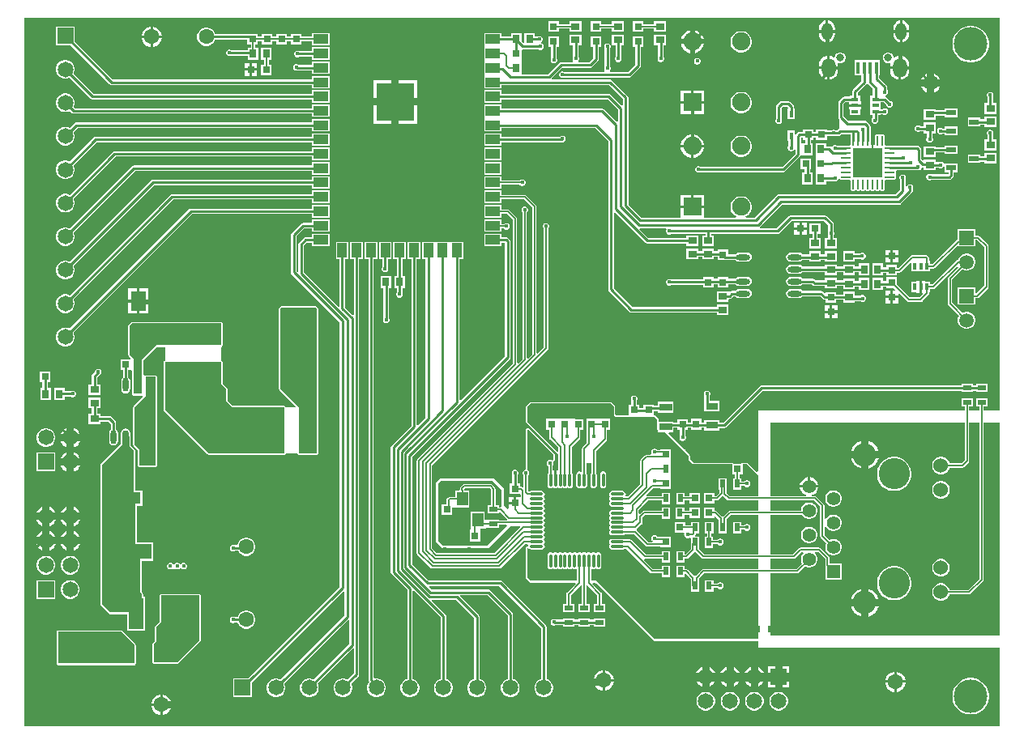
<source format=gtl>
%FSTAX23Y23*%
%MOIN*%
%SFA1B1*%

%IPPOS*%
%ADD10C,0.010000*%
%ADD15C,0.006000*%
%ADD20C,0.063000*%
%ADD21R,0.052800X0.031500*%
%ADD22R,0.015700X0.031500*%
%ADD23R,0.031500X0.037400*%
%ADD24R,0.157500X0.157500*%
%ADD25R,0.059100X0.039400*%
%ADD26R,0.039400X0.059100*%
%ADD27R,0.031500X0.031500*%
%ADD28R,0.017700X0.051200*%
%ADD29R,0.021700X0.035400*%
%ADD30R,0.035400X0.021700*%
%ADD31R,0.031500X0.031500*%
%ADD32R,0.216500X0.084600*%
%ADD33R,0.124000X0.063000*%
%ADD34R,0.068900X0.177200*%
%ADD35R,0.070900X0.173200*%
%ADD36R,0.076800X0.049200*%
%ADD37R,0.061000X0.126400*%
%ADD38R,0.049200X0.031500*%
%ADD39O,0.023600X0.057100*%
%ADD40R,0.037400X0.031500*%
%ADD41O,0.059100X0.023600*%
%ADD42O,0.057100X0.011800*%
%ADD43O,0.011800X0.057100*%
%ADD44R,0.039400X0.023600*%
%ADD45R,0.061000X0.082700*%
%ADD46R,0.050000X0.055000*%
%ADD47R,0.082700X0.061000*%
%ADD48O,0.041300X0.009800*%
%ADD49O,0.009800X0.041300*%
%ADD50R,0.123200X0.123200*%
%ADD51R,0.031500X0.015700*%
%ADD52R,0.045300X0.055100*%
%ADD106C,0.030000*%
%ADD107R,0.055000X0.055000*%
%ADD108C,0.055000*%
%ADD109C,0.060200*%
%ADD110C,0.128000*%
%ADD111C,0.096300*%
%ADD112R,0.088600X0.088600*%
%ADD113C,0.088600*%
%ADD114C,0.065000*%
%ADD115R,0.065000X0.065000*%
%ADD116R,0.065000X0.065000*%
%ADD117O,0.057100X0.078700*%
%ADD118O,0.045300X0.070900*%
%ADD119C,0.031500*%
%ADD120C,0.138000*%
%ADD121C,0.075000*%
%ADD122R,0.075000X0.075000*%
%ADD123R,0.059100X0.059100*%
%ADD124C,0.059100*%
%ADD125C,0.015700*%
%ADD126C,0.019700*%
%LNv1.0-1*%
%LPD*%
G36*
X04933Y0337D02*
X04869D01*
Y03388*
X04883*
Y03422*
X04836*
Y03388*
X0485*
Y0337*
X04809*
Y03388*
X04823*
Y03422*
X04776*
Y03388*
X0479*
Y0337*
X0394*
Y0312*
X03935Y03118*
X03899Y03154*
X03895Y03156*
X03876*
X03872Y03154*
X03871Y03151*
X03839*
X03837Y03154*
X03833Y03156*
X03675*
X03661Y0317*
Y03185*
X03659Y03189*
X03641Y03207*
Y03211*
X03637*
X03571Y03277*
X03573Y03282*
X03592*
Y03301*
X03608*
Y03292*
X03618*
Y03268*
X03618Y03267*
X03616Y03262*
Y03257*
X03618Y03252*
X03622Y03248*
X03627Y03246*
X03632*
X03637Y03248*
X03641Y03252*
X03643Y03257*
Y03262*
X03641Y03267*
X03641Y03268*
Y03292*
X03651*
Y03301*
X03663*
Y03293*
X03706*
Y03301*
X03719*
Y03288*
X0378*
Y03299*
X038*
X03804Y033*
X03808Y03302*
X03959Y03453*
X04776*
Y03447*
X04823*
Y03453*
X04836*
Y03447*
X04883*
Y03481*
X04836*
Y03475*
X04823*
Y03481*
X04776*
Y03475*
X03954*
X0395Y03474*
X03946Y03472*
X03796Y03321*
X0378*
Y03332*
X03719*
Y03323*
X03706*
Y03337*
X03663*
Y03323*
X03651*
Y03336*
X03608*
Y03323*
X03592*
Y03326*
X03531*
Y03335*
X03529Y0334*
X03519Y03349*
X03516Y03351*
X03515Y03351*
X03511Y03354*
Y03368*
X03527*
Y03363*
X03592*
Y03407*
X03527*
Y03391*
X03511*
Y03395*
X03468*
Y03381*
X03451*
Y03395*
X03441*
Y03411*
X03441Y03412*
X03443Y03417*
Y03422*
X03441Y03427*
X03437Y03431*
X03432Y03433*
X03427*
X03422Y03431*
X03418Y03427*
X03416Y03422*
Y03417*
X03418Y03412*
X03418Y03411*
Y03395*
X03408*
Y03352*
X03403Y03351*
X03356*
X03352Y03354*
Y03388*
X0335Y03393*
X03339Y03404*
X03335Y03406*
X03005*
X03Y03404*
X02985Y03389*
X02983Y03385*
Y03324*
X02985Y03319*
X03107Y03197*
X03108Y03197*
X03108Y03196*
X0311Y03196*
X03111Y03195*
X03116Y03193*
X03116Y03193*
Y03126*
X03115Y03125*
X03111Y03124*
X03111Y03124*
Y03086*
X03101*
Y03124*
X031Y03124*
X03097Y03125*
X03095Y03126*
Y03146*
X03096Y03147*
X03098Y03152*
Y03157*
X03097Y03162*
X031Y03163*
X031Y03164*
X03101Y03164*
X03102Y03166*
X03103Y03167*
X03103Y03168*
X03103Y03169*
Y0319*
X03101Y03195*
X02999Y03298*
X02998Y03298*
X02997Y03299*
X02995*
X02994Y033*
X02993Y03299*
X02992*
X02987Y03297*
X02986Y03296*
X02985Y03296*
X02984Y03295*
X02984Y03294*
Y03292*
X02983Y03291*
Y03128*
X02982*
X02977Y03126*
X02973Y03122*
X02971Y03117*
Y03112*
X02973Y03107*
X02975Y03104*
Y03057*
X02973Y03056*
X0297Y03056*
X02968Y03058*
X02964Y03058*
X02961*
Y03071*
X02951*
Y03106*
X02951Y03107*
X02953Y03112*
Y03117*
X02951Y03122*
X02947Y03126*
X02942Y03128*
X02937*
X02932Y03126*
X02928Y03122*
X02926Y03117*
Y03112*
X02928Y03107*
X02928Y03106*
Y03071*
X02918*
Y03027*
X02961*
X02963Y03023*
Y03016*
X02945*
Y0299*
X0294*
Y02985*
X02914*
Y02967*
X02909Y02965*
X02895Y0298*
Y0305*
X02855Y0309*
X0263*
X02615Y03075*
Y0283*
X0264Y02805*
X0283*
X0292Y02895*
X0296*
X02962Y0289*
X02856Y02784*
X02618*
X02599Y02803*
Y03146*
X03074Y03621*
X03076Y03624*
X03076Y03627*
Y04119*
X03079Y04122*
X03081Y04127*
Y04132*
X03079Y04137*
X03075Y04141*
X0307Y04143*
X03065*
X03059Y04141*
X03056Y04137*
X03053Y04132*
Y04127*
X03056Y04122*
X03058Y04119*
Y03631*
X03033Y03606*
X03029Y03608*
Y0421*
X03028Y04213*
X03026Y04216*
X02986Y04256*
X02983Y04258*
X0298Y04259*
X02884*
Y04277*
X02813*
Y04225*
X02884*
Y0424*
X02976*
X0301Y04206*
Y03603*
X02993Y03586*
X02989Y03588*
Y04187*
X02991Y04189*
X02993Y04194*
Y042*
X02991Y04205*
X02987Y04209*
X02982Y04211*
X02977*
X02972Y04209*
X02968Y04205*
X02966Y042*
Y04194*
X02968Y04189*
X0297Y04187*
Y03583*
X02953Y03566*
X02949Y03568*
Y0416*
X02948Y04163*
X02946Y04166*
X02916Y04196*
X02913Y04198*
X0291Y04199*
X02884*
Y04218*
X02813*
Y04166*
X02884*
Y0418*
X02906*
X0293Y04156*
Y03563*
X02538Y03171*
X02536Y03168*
X02535Y03165*
Y02785*
X02536Y02781*
X02538Y02778*
X02593Y02723*
X02596Y02721*
X026Y0272*
X02875*
X02878Y02721*
X02881Y02723*
X0298Y02822*
X02992*
X02995Y02817*
X02995Y02816*
X02994Y02816*
X02994Y02815*
X02993Y02812*
X02991Y02812*
X02987Y0281*
X02986Y02809*
X02985Y02809*
X02984Y02807*
X02983Y02806*
X02983Y02805*
X02983Y02804*
Y02685*
X02985Y0268*
X03Y02665*
X03005Y02663*
X03188*
X0319Y02658*
X03154Y02623*
X03152Y0262*
X03152Y02616*
Y02575*
X03137*
Y02542*
X03185*
Y02575*
X0317*
Y02612*
X0321Y02652*
X03214Y02651*
X03215Y0265*
Y02575*
X03201*
Y02542*
X03248*
Y02575*
X03233*
Y02651*
X03234Y02652*
X03238Y02653*
X03279Y02612*
Y02575*
X03264*
Y02542*
X03312*
Y02575*
X03297*
Y02616*
X03296Y0262*
X03294Y02623*
X03259Y02658*
X03261Y02663*
X03272*
X0351Y02425*
X03515Y02423*
X0394*
Y02395*
X04933*
Y02071*
X00921*
Y04988*
X04933*
Y0337*
G37*
G36*
X03346Y03388D02*
Y03352D01*
X03353Y03345*
X03515*
X03524Y03335*
Y03292*
X03526Y0329*
X03527*
Y03282*
X03557*
X03655Y03185*
Y03167*
X03672Y0315*
X03833*
Y03108*
X03845*
Y03093*
X03837*
Y03046*
X03871*
Y0306*
X03884*
X03885Y0306*
X03889Y03056*
X03895Y03055*
X039Y03056*
X03905Y0306*
X03908Y03064*
X03909Y0307*
X03908Y03075*
X03905Y0308*
X039Y03083*
X03895Y03084*
X03889Y03083*
X03885Y0308*
X03884Y03079*
X03871*
Y03093*
X03863*
Y03108*
X03876*
Y0315*
X03895*
X0394Y03105*
Y03019*
X03823*
X0381Y03032*
Y03046*
X03812*
Y03093*
X03778*
Y03046*
X0378*
Y03033*
X03766Y03019*
X03761Y03019*
Y03031*
X03717*
Y02988*
X03761*
Y03*
X0377*
X03773Y03001*
X03776Y03003*
X03795Y03022*
X03813Y03003*
X03816Y03001*
X0382Y03*
X0394*
Y02959*
X03825*
X03821Y02958*
X03818Y02956*
X03798Y02936*
X03795Y02934*
X03791Y02936*
X03771Y02956*
X03768Y02958*
X03765Y02959*
X03761*
Y02971*
X03717*
Y02928*
X03761*
Y02934*
X03765Y02936*
X03778Y02923*
Y02913*
X03778*
Y02866*
X03811*
Y02896*
X03812Y02897*
Y02924*
X03828Y0294*
X0394*
Y02779*
X03718*
X03697Y02801*
Y02822*
X03696Y02823*
Y02853*
X03683*
X03682Y02856*
X03681Y02858*
X03683Y02861*
X03684Y02865*
Y02866*
X03697*
Y02913*
X03663*
Y02899*
X03641*
Y02911*
X03597*
Y02868*
X03633*
X03636Y02863*
X03635Y0286*
X03636Y02854*
X0364Y0285*
X03644Y02846*
X0365Y02845*
X03655Y02846*
X03658Y02848*
X03663Y02846*
Y02823*
X03663Y02822*
Y02801*
X03641Y02779*
X03636Y0278*
Y02793*
X03603*
Y02746*
X03636*
Y0276*
X03645*
X03648Y02761*
X03651Y02763*
X03676Y02788*
X0368Y0279*
X03683Y02788*
X03708Y02763*
X03711Y02761*
X03715Y0276*
X0394*
Y02719*
X03715*
X03711Y02718*
X03708Y02716*
X03683Y02691*
X03681Y0269*
X03676Y02691*
X03651Y02716*
X03648Y02718*
X03645Y02719*
X03636*
Y02733*
X03603*
Y02686*
X03636*
Y02699*
X03641Y027*
X03663Y02678*
Y0265*
X03663Y02649*
Y02626*
X03697*
Y02656*
X03697Y02657*
Y02679*
X03718Y027*
X0394*
Y0243*
X03515*
X03275Y0267*
X03253*
Y02717*
X03258Y0272*
X03259Y02719*
X03263Y02718*
X03268Y02719*
X03272Y02722*
X03275*
X03278Y02719*
X03283Y02718*
X03288Y02719*
X03292Y02722*
X03294Y02726*
X03295Y02731*
Y02776*
X03294Y0278*
X03292Y02784*
X03288Y02787*
X03283Y02788*
X03278Y02787*
X03275Y02784*
X03272*
X03268Y02787*
X03263Y02788*
X03259Y02787*
X03255Y02784*
X03252*
X03248Y02787*
X03244Y02788*
X03239Y02787*
X03235Y02784*
X03233*
X03229Y02787*
X03224Y02788*
X03219Y02787*
X03215Y02784*
X03213*
X03209Y02787*
X03204Y02788*
X032Y02787*
X03196Y02784*
X03193*
X03189Y02787*
X03185Y02788*
X0318Y02787*
X03176Y02784*
X03174*
X0317Y02787*
X03165Y02788*
X0316Y02787*
X03156Y02784*
X03154*
X0315Y02787*
X03145Y02788*
X03141Y02787*
X03137Y02784*
X03134*
X0313Y02787*
X03126Y02788*
X03121Y02787*
X03117Y02784*
X03115*
X03111Y02787*
X03106Y02788*
X03101Y02787*
X03097Y02784*
X03095*
X03091Y02787*
X03086Y02788*
X03082Y02787*
X03078Y02784*
X03075Y0278*
X03074Y02776*
Y02731*
X03075Y02726*
X03078Y02722*
X03082Y02719*
X03086Y02718*
X03091Y02719*
X03095Y02722*
X03097*
X03101Y02719*
X03106Y02718*
X03111Y02719*
X03115Y02722*
X03117*
X03121Y02719*
X03126Y02718*
X0313Y02719*
X03134Y02722*
X03137*
X03141Y02719*
X03145Y02718*
X0315Y02719*
X03154Y02722*
X03156*
X0316Y02719*
X03165Y02718*
X0317Y02719*
X03174Y02722*
X03176*
X0318Y02719*
X03185Y02718*
X03189Y02719*
X0319Y0272*
X03195Y02717*
Y0267*
X03005*
X0299Y02685*
Y02804*
X02994Y02806*
X02995Y02806*
X02997Y02803*
X03001Y028*
X03006Y02799*
X03051*
X03055Y028*
X03059Y02803*
X03062Y02807*
X03063Y02811*
X03062Y02816*
X03059Y0282*
Y02822*
X03062Y02826*
X03063Y02831*
X03062Y02836*
X03059Y0284*
Y02842*
X03062Y02846*
X03063Y02851*
X03062Y02855*
X03059Y02859*
Y02862*
X03062Y02866*
X03063Y0287*
X03062Y02875*
X03059Y02879*
Y02881*
X03062Y02885*
X03063Y0289*
X03062Y02895*
X03059Y02899*
Y02901*
X03062Y02905*
X03063Y0291*
X03062Y02914*
X03059Y02918*
Y02921*
X03062Y02925*
X03063Y02929*
X03062Y02934*
X03059Y02938*
Y0294*
X03062Y02944*
X03063Y02949*
X03062Y02954*
X03059Y02958*
Y0296*
X03062Y02964*
X03063Y02969*
X03062Y02973*
X03059Y02977*
Y0298*
X03062Y02984*
X03063Y02988*
X03062Y02993*
X03059Y02997*
Y03*
X03062Y03003*
X03063Y03008*
X03062Y03013*
X03059Y03017*
Y03019*
X03062Y03023*
X03063Y03028*
X03062Y03032*
X03059Y03036*
X03055Y03039*
X03051Y0304*
X03006*
X03001Y03039*
X02998Y03037*
X02994Y03039*
Y03104*
X02995Y03105*
X02998Y03109*
X02999Y03115*
X02998Y0312*
X02995Y03125*
X0299Y03128*
X0299Y03128*
Y03291*
X02994Y03293*
X03097Y0319*
Y03169*
X03092Y03166*
X0309Y03168*
X03085Y03169*
X03079Y03168*
X03075Y03165*
X03071Y0316*
X0307Y03155*
X03071Y03149*
X03075Y03145*
X03077Y03143*
Y03116*
X03075Y03113*
X03074Y03109*
Y03063*
X03075Y03059*
X03078Y03055*
X03082Y03052*
X03086Y03051*
X03091Y03052*
X03095Y03055*
X03097*
X03101Y03052*
X03106Y03051*
X03111Y03052*
X03115Y03055*
X03117*
X03121Y03052*
X03126Y03051*
X0313Y03052*
X03134Y03055*
X03137*
X03141Y03052*
X03145Y03051*
X0315Y03052*
X03154Y03055*
X03156*
X0316Y03052*
X03165Y03051*
X0317Y03052*
X03174Y03055*
X03176Y03059*
X03177Y03063*
Y03109*
X03176Y03113*
X03174Y03116*
Y03221*
X03206Y03253*
X03208Y03256*
X03209Y0326*
Y03293*
X03221*
Y03336*
X03188*
X03187Y03337*
X03166*
X03123*
X03068*
Y03293*
X0308*
Y0326*
X03081Y03256*
X03083Y03253*
X03116Y0322*
Y03204*
X03115Y03203*
X03111Y03202*
X0299Y03324*
Y03385*
X03005Y034*
X03335*
X03346Y03388*
G37*
G36*
X02885Y03042D02*
Y02977D01*
X0288Y02973*
X02874*
Y02981*
X0286*
Y03049*
X02859Y03052*
X02857Y03055*
X02846Y03066*
X02843Y03068*
X0284Y03069*
X0273*
X02726Y03068*
X02723Y03066*
X02716Y03059*
X02714Y03056*
X02713Y03052*
Y03044*
X02709Y0304*
X02694*
Y03016*
X0267*
X02666Y03015*
X02663Y03013*
X0266Y0301*
X02658Y03007*
X02657Y03003*
Y02985*
X02639*
Y02942*
X02682*
Y0297*
X02686Y02973*
X02694*
X02751*
Y0304*
X02732*
Y03043*
X02731Y03046*
X02734Y0305*
X02836*
X02841Y03045*
Y02981*
X02827*
Y02947*
X02874*
Y0295*
X02879Y02952*
X02907Y02924*
X02906Y0292*
X02905Y02919*
X02874*
Y02922*
X02816*
X02814Y02922*
Y02954*
X02757*
Y02886*
X02753Y02883*
Y02833*
X02797*
Y02886*
X02814*
X02827Y02888*
X02874*
Y02901*
X02904*
X02906Y02896*
X02825Y02815*
X02645*
X02625Y02835*
Y0307*
X02635Y0308*
X02847*
X02885Y03042*
G37*
G36*
X04126Y02783D02*
X04123Y0278D01*
X04118Y02772*
X04116Y02764*
Y02755*
X04118Y02746*
X0412Y02743*
X04096Y02719*
X0399*
Y0276*
X04087*
X0409Y02761*
X04093Y02763*
X04118Y02788*
X04124*
X04126Y02783*
G37*
G36*
X04933Y02445D02*
X0399D01*
Y027*
X041*
X04103Y02701*
X04106Y02703*
X04133Y0273*
X04137Y02728*
X04145Y02726*
X04154*
X04162Y02728*
X0417Y02733*
X04176Y02739*
X04181Y02746*
X04183Y02755*
Y02764*
X04181Y02772*
X04176Y0278*
X04173Y02783*
X04175Y02788*
X04188*
X04216Y0276*
Y02734*
X04216Y02733*
Y02676*
X04283*
Y02743*
X04234*
Y02764*
X04234Y02768*
X04232Y02771*
X04198Y02804*
X04195Y02806*
X04192Y02807*
X04115*
X04111Y02806*
X04108Y02804*
X04083Y02779*
X0399*
Y0294*
X04122*
X04122Y0294*
X04123Y02939*
X04129Y02933*
X04137Y02928*
X04145Y02926*
X04154*
X04162Y02928*
X0417Y02933*
X04176Y02939*
X04181Y02946*
X04183Y02955*
Y02964*
X04181Y02972*
X04176Y0298*
X0417Y02986*
X04162Y02991*
X04154Y02993*
X04145*
X04137Y02991*
X04129Y02986*
X04123Y0298*
X04118Y02972*
X04116Y02964*
Y02959*
X0399*
Y03*
X04171*
X04195Y02976*
Y02854*
X04196Y02851*
X04198Y02848*
X0422Y02826*
X04218Y02822*
X04216Y02814*
Y02805*
X04218Y02796*
X04223Y02789*
X04229Y02783*
X04237Y02778*
X04245Y02776*
X04254*
X04262Y02778*
X0427Y02783*
X04276Y02789*
X04281Y02796*
X04283Y02805*
Y02814*
X04281Y02822*
X04276Y0283*
X0427Y02836*
X04262Y02841*
X04254Y02843*
X04245*
X04237Y02841*
X04233Y02839*
X04214Y02858*
Y02892*
X04215Y02893*
X04221Y02892*
X04223Y02889*
X04229Y02883*
X04237Y02878*
X04245Y02876*
X04254*
X04262Y02878*
X0427Y02883*
X04276Y02889*
X04281Y02896*
X04283Y02905*
Y02914*
X04281Y02922*
X04276Y0293*
X0427Y02936*
X04262Y02941*
X04254Y02943*
X04245*
X04237Y02941*
X04229Y02936*
X04223Y0293*
X04221Y02927*
X04215Y02926*
X04214Y02927*
Y0298*
X04213Y02983*
X04211Y02986*
X04181Y03016*
X04178Y03018*
X04175Y03019*
X04162*
X04162Y03024*
X04164Y03024*
X04173Y03029*
X0418Y03036*
X04185Y03045*
X04187Y03054*
X0415*
X04112*
X04115Y03045*
X0412Y03036*
X04127Y03029*
X04135Y03024*
X04138Y03024*
X04137Y03019*
X0399*
Y0332*
X0479*
Y03168*
X04777Y03155*
X04727*
X04726Y03159*
X04721Y03168*
X04715Y03174*
X04706Y03179*
X04697Y03181*
X04688*
X04679Y03179*
X0467Y03174*
X04664Y03168*
X04659Y03159*
X04656Y0315*
Y03141*
X04659Y03131*
X04664Y03123*
X0467Y03116*
X04679Y03112*
X04688Y03109*
X04697*
X04706Y03112*
X04715Y03116*
X04721Y03123*
X04726Y03131*
X04727Y03136*
X0478*
X04784Y03137*
X04787Y03139*
X04806Y03158*
X04808Y03161*
X04809Y03165*
Y0332*
X0485*
Y02678*
X04805Y02633*
X04727*
X04726Y02638*
X04721Y02646*
X04715Y02653*
X04706Y02657*
X04697Y0266*
X04688*
X04679Y02657*
X0467Y02653*
X04664Y02646*
X04659Y02638*
X04656Y02628*
Y02619*
X04659Y0261*
X04664Y02602*
X0467Y02595*
X04679Y0259*
X04688Y02588*
X04697*
X04706Y0259*
X04715Y02595*
X04721Y02602*
X04726Y0261*
X04727Y02615*
X04809*
X04812Y02615*
X04815Y02617*
X04866Y02668*
X04868Y02671*
X04869Y02675*
Y0332*
X04933*
Y02445*
G37*
%LNv1.0-2*%
%LPC*%
G36*
X03561Y04975D02*
X03512D01*
Y04962*
X03468*
Y04974*
X03425*
Y04931*
X03468*
Y04944*
X03512*
Y04931*
X03561*
Y04975*
G37*
G36*
X03387D02*
X03338D01*
Y04962*
X03294*
Y04974*
X03251*
Y04931*
X03294*
Y04944*
X03338*
Y04931*
X03387*
Y04975*
G37*
G36*
X03214D02*
X03164D01*
Y04962*
X03121*
Y04974*
X03077*
Y04931*
X03121*
Y04944*
X03164*
Y04931*
X03214*
Y04975*
G37*
G36*
X04534Y04978D02*
Y04938D01*
X04562*
Y04946*
X04561Y04954*
X04557Y04962*
X04552Y04969*
X04545Y04974*
X04537Y04977*
X04534Y04978*
G37*
G36*
X04229D02*
Y04938D01*
X04257*
Y04946*
X04255Y04954*
X04252Y04962*
X04247Y04969*
X0424Y04974*
X04232Y04977*
X04229Y04978*
G37*
G36*
X04219D02*
X04215Y04977D01*
X04207Y04974*
X042Y04969*
X04195Y04962*
X04192Y04954*
X04191Y04946*
Y04938*
X04219*
Y04978*
G37*
G36*
X04524D02*
X0452Y04977D01*
X04512Y04974*
X04506Y04969*
X045Y04962*
X04497Y04954*
X04496Y04946*
Y04938*
X04524*
Y04978*
G37*
G36*
X0145Y04951D02*
X0145D01*
Y04915*
X01486*
Y04915*
X01483Y04926*
X01478Y04935*
X0147Y04943*
X01461Y04948*
X0145Y04951*
G37*
G36*
X0144D02*
X01439D01*
X01429Y04948*
X01419Y04943*
X01411Y04935*
X01406Y04926*
X01403Y04915*
Y04915*
X0144*
Y04951*
G37*
G36*
X0368Y04936D02*
Y049D01*
X03716*
X03714Y04908*
X03708Y04919*
X03699Y04928*
X03688Y04934*
X0368Y04936*
G37*
G36*
X0366D02*
X03651Y04934D01*
X0364Y04928*
X03632Y04919*
X03625Y04908*
X03623Y049*
X0366*
Y04936*
G37*
G36*
X04562Y04928D02*
X04534D01*
Y04888*
X04537Y04888*
X04545Y04892*
X04552Y04897*
X04557Y04904*
X04561Y04912*
X04562Y0492*
Y04928*
G37*
G36*
X04219D02*
X04191D01*
Y0492*
X04192Y04912*
X04195Y04904*
X042Y04897*
X04207Y04892*
X04215Y04888*
X04219Y04888*
Y04928*
G37*
G36*
X04257D02*
X04229D01*
Y04888*
X04232Y04888*
X0424Y04892*
X04247Y04897*
X04252Y04904*
X04255Y04912*
X04257Y0492*
Y04928*
G37*
G36*
X04524D02*
X04496D01*
Y0492*
X04497Y04912*
X045Y04904*
X04506Y04897*
X04512Y04892*
X0452Y04888*
X04524Y04888*
Y04928*
G37*
G36*
X01674Y04947D02*
X01665D01*
X01655Y04944*
X01647Y0494*
X0164Y04933*
X01635Y04924*
X01632Y04914*
Y04905*
X01635Y04895*
X0164Y04887*
X01647Y0488*
X01655Y04875*
X01665Y04872*
X01674*
X01684Y04875*
X01693Y0488*
X017Y04887*
X01704Y04895*
X01705Y04898*
X01838*
Y04878*
X01853*
Y04864*
X0184*
Y04856*
X01773*
X01772Y04856*
X01767Y04858*
X01762*
X01757Y04856*
X01753Y04852*
X01751Y04847*
Y04842*
X01753Y04837*
X01757Y04833*
X01762Y04831*
X01767*
X01772Y04833*
X01773Y04833*
X0184*
Y04815*
X01884*
Y04864*
X01871*
Y04878*
X01881*
Y04891*
X01898*
Y04878*
X01941*
Y04891*
X01958*
Y04878*
X02001*
Y04891*
X02018*
Y04878*
X02061*
Y04891*
X02105*
Y04875*
X02176*
Y04926*
X02105*
Y0491*
X02061*
Y04922*
X02018*
Y0491*
X02001*
Y04922*
X01958*
Y0491*
X01941*
Y04922*
X01898*
Y0491*
X01881*
Y04922*
X01838*
Y04921*
X01705*
X01704Y04924*
X017Y04933*
X01693Y0494*
X01684Y04944*
X01674Y04947*
G37*
G36*
X01486Y04905D02*
X0145D01*
Y04868*
X0145*
X01461Y04871*
X0147Y04876*
X01478Y04884*
X01483Y04894*
X01486Y04904*
Y04905*
G37*
G36*
X0144D02*
X01403D01*
Y04904*
X01406Y04894*
X01411Y04884*
X01419Y04876*
X01429Y04871*
X01439Y04868*
X0144*
Y04905*
G37*
G36*
X02176Y04867D02*
X02105D01*
Y04851*
X02053*
X02052Y04851*
X02047Y04853*
X02042*
X02037Y04851*
X02033Y04847*
X02031Y04842*
Y04837*
X02033Y04832*
X02037Y04828*
X02042Y04826*
X02047*
X02052Y04828*
X02053Y04828*
X02105*
Y04816*
X02176*
Y04867*
G37*
G36*
X03875Y04933D02*
X03864D01*
X03853Y0493*
X03843Y04924*
X03835Y04916*
X03829Y04906*
X03826Y04895*
Y04884*
X03829Y04873*
X03835Y04863*
X03843Y04855*
X03853Y04849*
X03864Y04846*
X03875*
X03886Y04849*
X03896Y04855*
X03904Y04863*
X0391Y04873*
X03913Y04884*
Y04895*
X0391Y04906*
X03904Y04916*
X03896Y04924*
X03886Y0493*
X03875Y04933*
G37*
G36*
X03716Y0488D02*
X0368D01*
Y04843*
X03688Y04845*
X03699Y04852*
X03708Y0486*
X03714Y04871*
X03716Y0488*
G37*
G36*
X0366D02*
X03623D01*
X03625Y04871*
X03632Y0486*
X0364Y04852*
X03651Y04845*
X0366Y04843*
Y0488*
G37*
G36*
X04282Y04846D02*
X04273D01*
X04265Y04843*
X04259Y04837*
X04256Y04829*
Y04828*
X04252Y04826*
X04249Y04828*
X0424Y04832*
X04235Y04832*
Y04788*
X04268*
Y04794*
X04268Y048*
X04272Y04803*
X04273Y04803*
X04282*
X0429Y04806*
X04296Y04812*
X043Y0482*
Y04829*
X04296Y04837*
X0429Y04843*
X04282Y04846*
G37*
G36*
X03561Y04919D02*
X03512D01*
Y04876*
X03528*
Y04828*
X03528Y04827*
X03526Y04822*
Y04817*
X03528Y04812*
X03532Y04808*
X03537Y04806*
X03542*
X03547Y04808*
X03551Y04812*
X03553Y04817*
Y04822*
X03551Y04827*
X03551Y04828*
Y04876*
X03561*
Y04919*
G37*
G36*
X03387D02*
X03338D01*
Y04876*
X03353*
Y04828*
X03353Y04827*
X03351Y04822*
Y04817*
X03353Y04812*
X03357Y04808*
X03362Y04806*
X03367*
X03372Y04808*
X03376Y04812*
X03378Y04817*
Y04822*
X03376Y04827*
X03376Y04828*
Y04876*
X03387*
Y04919*
G37*
G36*
X04822Y04955D02*
X04807D01*
X04793Y04952*
X04779Y04946*
X04767Y04938*
X04756Y04927*
X04748Y04915*
X04742Y04901*
X0474Y04887*
Y04872*
X04742Y04858*
X04748Y04844*
X04756Y04832*
X04767Y04821*
X04779Y04813*
X04793Y04807*
X04807Y04805*
X04822*
X04836Y04807*
X0485Y04813*
X04862Y04821*
X04873Y04832*
X04881Y04844*
X04887Y04858*
X0489Y04872*
Y04887*
X04887Y04901*
X04881Y04915*
X04873Y04927*
X04862Y04938*
X0485Y04946*
X04836Y04952*
X04822Y04955*
G37*
G36*
X03121Y04911D02*
X03077D01*
Y04868*
X03088*
Y04823*
X03088Y04822*
X03086Y04817*
Y04812*
X03088Y04807*
X03092Y04803*
X03097Y04801*
X03102*
X03107Y04803*
X03111Y04807*
X03113Y04812*
Y04817*
X03111Y04822*
X03111Y04823*
Y04868*
X03121*
Y04911*
G37*
G36*
X03692Y04823D02*
X03687D01*
X03682Y04821*
X03678Y04817*
X03676Y04812*
Y04807*
X03678Y04802*
X03682Y04798*
X03687Y04796*
X03692*
X03697Y04798*
X03701Y04802*
X03703Y04807*
Y04812*
X03701Y04817*
X03697Y04821*
X03692Y04823*
G37*
G36*
X02176Y04808D02*
X02105D01*
Y04794*
X0205*
X02047Y04796*
X02042Y04798*
X02037*
X02032Y04796*
X02028Y04792*
X02026Y04787*
Y04782*
X02028Y04777*
X02032Y04773*
X02037Y04771*
X02042*
X02044Y04771*
X02105*
Y04757*
X02176*
Y04808*
G37*
G36*
X04528Y04832D02*
Y04788D01*
X04562*
Y04794*
X0456Y04804*
X04557Y04814*
X0455Y04822*
X04542Y04828*
X04533Y04832*
X04528Y04832*
G37*
G36*
X04225D02*
X0422Y04832D01*
X0421Y04828*
X04202Y04822*
X04196Y04814*
X04192Y04804*
X04191Y04794*
Y04788*
X04225*
Y04832*
G37*
G36*
X04479Y04846D02*
X0447D01*
X04462Y04843*
X04456Y04837*
X04453Y04829*
Y0482*
X04456Y04812*
X04462Y04806*
X0447Y04803*
X04479*
X0448Y04803*
X04485Y048*
X04484Y04794*
Y04788*
X04518*
Y04832*
X04513Y04832*
X04503Y04828*
X04501Y04826*
X04496Y04828*
Y04829*
X04493Y04837*
X04487Y04843*
X04479Y04846*
G37*
G36*
X02884Y04926D02*
X02813D01*
Y04875*
Y04816*
Y04757*
Y04741*
Y04698*
X02884*
Y04712*
X03326*
X03383Y04655*
Y04629*
X03378Y04627*
X03333Y04672*
X03329Y04675*
X03325Y04675*
X02884*
Y0469*
X02813*
Y04639*
X02884*
Y04653*
X0332*
X03363Y0461*
Y04562*
X03358Y0456*
X03305Y04613*
X03302Y04616*
X03297Y04616*
X02884*
Y04631*
X02813*
Y0458*
Y0452*
X02884*
Y04535*
X03268*
X03323Y0448*
Y0387*
X03324Y03865*
X03327Y03862*
X03411Y03777*
X03414Y03775*
X03419Y03774*
X0377*
Y03764*
X03819*
Y03807*
X0377*
Y03797*
X03423*
X03346Y03874*
Y04185*
X03351Y04187*
X03476Y04063*
X03479Y0406*
X03484Y04059*
X03645*
Y04049*
X03694*
Y04092*
X03645*
Y04082*
X03488*
X03452Y04118*
X03454Y04123*
X03562*
X03564Y04118*
X03563Y04117*
X03561Y04112*
Y04107*
X03563Y04102*
X03567Y04098*
X03572Y04096*
X03577*
X03582Y04098*
X03583Y04098*
X03724*
Y04092*
X0371*
Y04049*
X03759*
Y04092*
X03746*
Y04098*
X0402*
X04024Y04099*
X04027Y04102*
X04079Y04153*
X0421*
X04228Y04135*
Y04108*
X04228Y04107*
X04226Y04102*
Y04097*
X04228Y04092*
X04228Y04091*
Y04082*
X04215*
Y04039*
X04264*
Y04082*
X04251*
Y04091*
X04251Y04092*
X04253Y04097*
Y04102*
X04251Y04107*
X04251Y04108*
Y0414*
X0425Y04144*
X04247Y04147*
X04222Y04172*
X04219Y04175*
X04215Y04176*
X04075*
X0407Y04175*
X04067Y04172*
X04015Y04121*
X03948*
X03946Y04126*
X03947Y04127*
X04039Y04218*
X0452*
X04524Y04219*
X04527Y04222*
X04572Y04267*
X04575Y0427*
X04576Y04275*
Y04281*
X04576Y04282*
X04578Y04287*
Y04292*
X04576Y04297*
X04572Y04301*
X04567Y04303*
X04562*
X04557Y04301*
X04553Y04297*
X04551Y04292*
X04546Y04293*
Y04321*
X04546Y04322*
X04548Y04327*
Y04332*
X04546Y04337*
X04542Y04341*
X04537Y04343*
X04532*
X04527Y04341*
X04523Y04337*
X04521Y04332*
Y04327*
X04523Y04322*
X04523Y04321*
Y04279*
X04505Y04261*
X04025*
X0402Y0426*
X04017Y04257*
X03925Y04166*
X03891*
X03889Y04171*
X03896Y04175*
X03904Y04183*
X0391Y04193*
X03913Y04204*
Y04215*
X0391Y04226*
X03904Y04236*
X03896Y04244*
X03886Y0425*
X03875Y04253*
X03864*
X03853Y0425*
X03843Y04244*
X03835Y04236*
X03829Y04226*
X03826Y04215*
Y04204*
X03829Y04193*
X03835Y04183*
X03843Y04175*
X0385Y04171*
X03848Y04166*
X03717*
Y04205*
X0367*
X03622*
Y04166*
X03459*
X03406Y04219*
Y0466*
X03405Y04664*
X03402Y04667*
X03339Y04731*
X03335Y04734*
X03331Y04735*
X03092*
X0309Y0474*
X03134Y04783*
X0325*
X03254Y04784*
X03257Y04787*
X03281Y0481*
X03283Y04813*
X03284Y04818*
Y04868*
X03294*
Y04911*
X03251*
Y04868*
X03262*
Y04822*
X03245Y04806*
X03202*
X032Y04811*
X03201Y04812*
X03203Y04817*
Y04822*
X03201Y04827*
X03201Y04828*
Y04876*
X03214*
Y04919*
X03164*
Y04876*
X03178*
Y04828*
X03178Y04827*
X03176Y04822*
Y04817*
X03178Y04812*
X03179Y04811*
X03177Y04806*
X0313*
X03125Y04805*
X03122Y04802*
X03075Y04756*
X02966*
Y04804*
Y04854*
X02971Y04858*
X02972*
X03036*
X03037Y04858*
X03042Y04856*
X03047*
X03052Y04858*
X03056Y04862*
X03058Y04867*
Y04872*
X03056Y04877*
X03052Y04881*
X03049Y04883*
X03048Y04886*
X03048Y04887*
X03048Y04888*
X03051Y04892*
X03053Y04897*
Y04902*
X03051Y04907*
X03047Y04911*
X03042Y04913*
X03037*
X03032Y04911*
X03031Y04911*
X03021*
Y04924*
X02978*
Y04886*
X02973Y04884*
X02966Y04891*
Y04924*
X02923*
Y04912*
X02884*
Y04926*
G37*
G36*
X01879Y048D02*
X01858D01*
Y0478*
X01879*
Y048*
G37*
G36*
X01848D02*
X01827D01*
Y0478*
X01848*
Y048*
G37*
G36*
X03468Y04911D02*
X03425D01*
Y04868*
X03435*
Y04796*
X03405Y04766*
X03332*
X0333Y04771*
X03331Y04772*
X03333Y04777*
Y04782*
X03331Y04787*
X03331Y04788*
Y04861*
X03331Y04862*
X03333Y04867*
Y04872*
X03331Y04877*
X03327Y04881*
X03322Y04883*
X03317*
X03312Y04881*
X03308Y04877*
X03306Y04872*
Y04867*
X03308Y04862*
X03308Y04861*
Y04788*
X03308Y04787*
X03306Y04782*
Y04777*
X03308Y04772*
X03309Y04771*
X03307Y04766*
X03143*
X03142Y04766*
X03137Y04768*
X03132*
X03127Y04766*
X03123Y04762*
X03121Y04757*
Y04752*
X03123Y04747*
X03127Y04743*
X03132Y04741*
X03137*
X03142Y04743*
X03143Y04743*
X0341*
X03414Y04744*
X03417Y04747*
X03454Y04784*
X03457Y04787*
X03458Y04792*
Y04868*
X03468*
Y04911*
G37*
G36*
X01939Y04864D02*
X01895D01*
Y04815*
X01908*
Y04796*
X01894*
Y04753*
X01938*
Y04796*
X01926*
Y04815*
X01939*
Y04864*
G37*
G36*
X01879Y0477D02*
X01858D01*
Y04749*
X01879*
Y0477*
G37*
G36*
X01848D02*
X01827D01*
Y04749*
X01848*
Y0477*
G37*
G36*
X04665Y04758D02*
Y04735D01*
X04688*
X04688Y04736*
X04683Y04745*
X04675Y04753*
X04666Y04758*
X04665Y04758*
G37*
G36*
X04635D02*
X04634Y04758D01*
X04624Y04753*
X04616Y04745*
X04611Y04736*
X04611Y04735*
X04635*
Y04758*
G37*
G36*
X04562Y04778D02*
X04528D01*
Y04734*
X04533Y04735*
X04542Y04739*
X0455Y04745*
X04557Y04753*
X0456Y04762*
X04562Y04772*
Y04778*
G37*
G36*
X04225D02*
X04191D01*
Y04772*
X04192Y04762*
X04196Y04753*
X04202Y04745*
X0421Y04739*
X0422Y04735*
X04225Y04734*
Y04778*
G37*
G36*
X04268D02*
X04235D01*
Y04734*
X0424Y04735*
X04249Y04739*
X04257Y04745*
X04263Y04753*
X04267Y04762*
X04268Y04772*
Y04778*
G37*
G36*
X04518D02*
X04484D01*
Y04772*
X04485Y04762*
X04489Y04753*
X04495Y04745*
X04503Y04739*
X04513Y04735*
X04518Y04734*
Y04778*
G37*
G36*
X01128Y04953D02*
X01051D01*
Y04876*
X01112*
X01272Y04715*
X01276Y04713*
X0128Y04712*
X02105*
Y04698*
X02176*
Y04749*
X02105*
Y04735*
X01285*
X01128Y04891*
Y04953*
G37*
G36*
X04688Y04705D02*
X04665D01*
Y04681*
X04666Y04681*
X04675Y04686*
X04683Y04694*
X04688Y04704*
X04688Y04705*
G37*
G36*
X04635D02*
X04611D01*
X04611Y04704*
X04616Y04694*
X04624Y04686*
X04634Y04681*
X04635Y04681*
Y04705*
G37*
G36*
X02536Y04731D02*
X02462D01*
Y04657*
X02536*
Y04731*
G37*
G36*
X02432D02*
X02359D01*
Y04657*
X02432*
Y04731*
G37*
G36*
X04065Y04646D02*
D01*
X04036*
X04032Y04645*
X04028Y04642*
X04017Y04631*
X04014Y04627*
X04013Y04623*
Y04573*
X04013Y04572*
X04011Y04567*
Y04562*
X04013Y04557*
X04017Y04553*
X04022Y04551*
X04027*
X04032Y04553*
X04036Y04557*
X04038Y04562*
Y04567*
X04036Y04572*
X04036Y04573*
Y04618*
X04041Y04623*
X0406*
X04064Y04619*
X04062Y04614*
Y04571*
X0409*
Y04614*
X04087*
Y04623*
X04087Y04627*
X04084Y04631*
X04072Y04642*
X04069Y04645*
X04065Y04646*
G37*
G36*
X03717Y04687D02*
X03675D01*
Y04645*
X03717*
Y04687*
G37*
G36*
X03665D02*
X03622D01*
Y04645*
X03665*
Y04687*
G37*
G36*
X01095Y04815D02*
X01084D01*
X01075Y04812*
X01066Y04807*
X01059Y048*
X01054Y04791*
X01051Y04781*
Y04771*
X01054Y04761*
X01059Y04753*
X01066Y04746*
X01075Y0474*
X01084Y04738*
X01095*
X01104Y0474*
X01108Y04742*
X01194Y04656*
X01197Y04654*
X01202Y04653*
X02105*
Y04639*
X02176*
Y0469*
X02105*
Y04675*
X01206*
X01124Y04758*
X01125Y04761*
X01128Y04771*
Y04781*
X01125Y04791*
X0112Y048*
X01113Y04807*
X01104Y04812*
X01095Y04815*
G37*
G36*
X04442D02*
X04336D01*
Y04752*
X04365*
Y04727*
X04331Y04693*
X04329Y04689*
X04328Y04685*
Y04667*
X04317*
Y04664*
X04295*
X04291Y04663*
X04287Y04661*
X04273Y04647*
X04271Y04643*
X0427Y04639*
Y04577*
X04271Y04573*
X04273Y0457*
X04275Y04568*
Y04531*
X04272Y0453*
X04268Y04527*
X04265Y04525*
X0426*
X04259Y04525*
X04254Y04528*
X04248*
X04243Y04525*
X04243Y04525*
X04223*
Y04529*
X04179*
Y04519*
X04168*
Y04529*
X04124*
Y04519*
X0411*
X04106Y04518*
X04102Y04515*
X04097Y0451*
X04095Y04507*
X0409Y04509*
Y04524*
X04062*
Y0448*
X04065*
Y04461*
X04064Y0446*
X04062Y04455*
Y0445*
X04064Y04445*
X04068Y04441*
X04073Y04439*
X04079*
X04084Y04441*
X04088Y04445*
X04088Y04445*
X04093Y04444*
Y04429*
X0404Y04376*
X03703*
X03702Y04376*
X03697Y04378*
X03692*
X03687Y04376*
X03683Y04372*
X03681Y04367*
Y04362*
X03683Y04357*
X03687Y04353*
X03692Y04351*
X03697*
X03702Y04353*
X03703Y04353*
X04045*
X04049Y04354*
X04052Y04357*
X04112Y04417*
X04115Y0442*
X04116Y04425*
Y04496*
X04124*
Y04486*
X04135*
Y04472*
X04122*
Y04423*
X04165*
Y04472*
X04157*
Y04486*
X04168*
Y04496*
X04179*
Y04486*
X04223*
Y04502*
X04243*
X04243Y04502*
X04248Y045*
X04254*
X04259Y04502*
X0426Y04502*
X0427*
X04274Y04503*
X04278Y04506*
X0428Y04508*
X04321*
Y04483*
X04321Y04483*
Y04467*
X04322Y04467*
X04317Y04462*
X04317Y04463*
X04301*
X04301Y04463*
X04263*
X04259Y04465*
X04253*
X04248Y04462*
X04244Y04459*
X04244Y04458*
X04242Y04457*
X04238Y04456*
X04236Y04458*
X04231Y04459*
X04221*
Y04472*
X04177*
Y04443*
X04177*
Y04409*
Y04366*
Y04352*
X04177Y04352*
Y04303*
X04221*
Y04316*
X04248*
X04248Y04316*
X04253Y04314*
X04259*
X04264Y04316*
X04268Y0432*
X0427Y04325*
Y04327*
X0427*
X04275Y04329*
X04275*
X04275Y04329*
X04277Y04326*
X04281Y04323*
X04285Y04322*
X04317*
X04317Y04322*
X04322Y04318*
X04321Y04318*
Y04286*
X04322Y04282*
X04325Y04278*
X04328Y04276*
X04332Y04275*
X04337Y04276*
X04339Y04277*
X04342Y04278*
X04346Y04277*
X04348Y04276*
X04352Y04275*
X04356Y04276*
X04359Y04277*
X04362Y04278*
X04365Y04277*
X04368Y04276*
X04372Y04275*
X04376Y04276*
X04378Y04277*
X04382Y04278*
X04385Y04277*
X04387Y04276*
X04392Y04275*
X04396Y04276*
X04398Y04277*
X04401Y04278*
X04405Y04277*
X04407Y04276*
X04411Y04275*
X04415Y04276*
X04418Y04277*
X04421Y04278*
X04424Y04277*
X04427Y04276*
X04431Y04275*
X04435Y04276*
X04437Y04277*
X04441Y04278*
X04444Y04277*
X04446Y04276*
X04451Y04275*
X04455Y04276*
X04458Y04278*
X04461Y04282*
X04462Y04286*
Y04318*
X04462Y04318*
X04466Y04322*
X04466Y04322*
X04498*
X04502Y04323*
X04506Y04326*
X04508Y04329*
X04509Y04333*
X04508Y04338*
X04506Y04341*
Y04345*
X04508Y04349*
X04509Y04353*
X04508Y04356*
X0451Y0436*
X04511Y04361*
X04592*
X04596Y0436*
X04602*
X04607Y04362*
X04611Y04366*
X04613Y04371*
X04618Y04374*
X04618Y04374*
X04622Y04371*
Y04361*
X04671*
Y04371*
X04683*
X04683Y04371*
X04688Y04369*
X04694*
X04699Y04371*
X04703Y04375*
X04703Y04375*
X04708Y04374*
Y04352*
X04723*
Y04345*
X04722Y04344*
X04655*
X04654Y04344*
X04649Y04346*
X04643*
X04638Y04344*
X04634Y0434*
X04632Y04335*
Y0433*
X04634Y04325*
X04638Y04321*
X04643Y04319*
X04649*
X04654Y04321*
X04655Y04321*
X04726*
X04731Y04322*
X04734Y04325*
X04742Y04332*
X04744Y04336*
X04745Y0434*
Y04352*
X0476*
Y04388*
X04709*
X04708*
X04704Y04389*
X04703Y0439*
X04699Y04394*
X04694Y04396*
X04688*
X04683Y04394*
X04683Y04394*
X04671*
Y04404*
X04622*
X04617Y04402*
X04612Y04407*
Y04446*
X04612Y0445*
X04609Y04454*
X04603Y04459*
X046Y04462*
X04595Y04463*
X04482*
X04482Y04463*
X04466*
X04466Y04462*
X04462Y04467*
X04462Y04467*
Y04499*
X04461Y04503*
X04458Y04507*
X04455Y04509*
X04451Y0451*
X04446Y04509*
X04443Y04507*
X04439*
X04435Y04509*
X04431Y0451*
X04427Y04509*
X04423Y04507*
X04421Y04503*
X0442Y04499*
Y04467*
X04417Y04464*
X04405*
X04403Y04467*
Y04483*
X04403Y04483*
Y04542*
X04402Y04546*
X04399Y0455*
X04389Y0456*
X04386Y04563*
X04381Y04564*
X04311*
X04292Y04582*
Y04634*
X043Y04642*
X04313*
Y04632*
X04339*
X04365*
Y04645*
X04361*
Y04667*
X0435*
Y0468*
X04384Y04715*
X04386Y04718*
X04388Y04718*
X04389Y04718*
X04392Y04718*
X04394Y04714*
X04412Y04696*
Y04667*
X04402*
Y04639*
Y04614*
Y04588*
X04412*
Y04577*
X04409Y04574*
X04407Y04569*
Y04564*
X04409Y04558*
X04413Y04555*
X04418Y04552*
X04424*
X04429Y04555*
X04433Y04558*
X04435Y04564*
Y04569*
X04435Y0457*
Y04588*
X04445*
Y04591*
X04453*
X04453Y04591*
X04458Y04589*
X04464*
X04469Y04591*
X04473Y04595*
X04475Y046*
Y04605*
X04473Y0461*
X04469Y04614*
X04464Y04616*
X04458*
X04453Y04614*
X04453Y04613*
X04445*
Y04642*
X04456*
X04467Y0463*
Y0463*
X04469Y04625*
X04473Y04621*
X04478Y04619*
X04484*
X04489Y04621*
X04493Y04625*
X04495Y0463*
Y04635*
X04493Y0464*
X04489Y04644*
X04484Y04646*
X04483*
X04469Y04661*
X04465Y04663*
X04464Y04664*
X04464Y04668*
X04464Y04669*
X04469Y04671*
X04473Y04675*
X04475Y0468*
Y04685*
X04473Y0469*
X04471Y04692*
Y04704*
X0447Y04708*
X04468Y04711*
X04439Y04741*
Y04752*
X04442*
Y04815*
G37*
G36*
X04761Y04615D02*
X04709D01*
Y04608*
X04671*
Y04612*
X04622*
Y04568*
X04671*
Y04586*
X04709*
Y04579*
X04761*
Y04615*
G37*
G36*
X03875Y04683D02*
X03864D01*
X03853Y0468*
X03843Y04674*
X03835Y04666*
X03829Y04656*
X03826Y04645*
Y04634*
X03829Y04623*
X03835Y04613*
X03843Y04605*
X03853Y04599*
X03864Y04596*
X03875*
X03886Y04599*
X03896Y04605*
X03904Y04613*
X0391Y04623*
X03913Y04634*
Y04645*
X0391Y04656*
X03904Y04666*
X03896Y04674*
X03886Y0468*
X03875Y04683*
G37*
G36*
X04897Y04683D02*
X04892D01*
X04887Y04681*
X04883Y04677*
X04881Y04672*
Y04667*
X04883Y04662*
X04883Y04661*
Y04637*
X04872*
Y04593*
X04921*
Y04637*
X04906*
Y04661*
X04906Y04662*
X04908Y04667*
Y04672*
X04906Y04677*
X04902Y04681*
X04897Y04683*
G37*
G36*
X03717Y04635D02*
X03675D01*
Y04592*
X03717*
Y04635*
G37*
G36*
X03665D02*
X03622D01*
Y04592*
X03665*
Y04635*
G37*
G36*
X04365Y04622D02*
X04339D01*
X04313*
Y0461*
X04317*
Y04588*
X04361*
Y0461*
X04365*
Y04622*
G37*
G36*
X01095Y04677D02*
X01084D01*
X01075Y04674*
X01066Y04669*
X01059Y04662*
X01054Y04653*
X01051Y04644*
Y04633*
X01054Y04624*
X01059Y04615*
X01066Y04608*
X01075Y04603*
X01084Y046*
X01095*
X01104Y04603*
X01108Y04605*
X01115Y04597*
X01119Y04595*
X01123Y04594*
X02105*
Y0458*
X02176*
Y04631*
X02105*
Y04616*
X01128*
X01124Y04621*
X01125Y04624*
X01128Y04633*
Y04644*
X01125Y04653*
X0112Y04662*
X01113Y04669*
X01104Y04674*
X01095Y04677*
G37*
G36*
X04921Y04582D02*
X04872D01*
Y04571*
X04855*
Y04577*
X04804*
Y04542*
X04855*
Y04548*
X04872*
Y04538*
X04921*
Y04582*
G37*
G36*
X02176Y04572D02*
X02105D01*
Y04557*
X01135*
X01131Y04557*
X01127Y04554*
X01108Y04535*
X01104Y04537*
X01095Y04539*
X01084*
X01075Y04537*
X01066Y04532*
X01059Y04524*
X01054Y04516*
X01051Y04506*
Y04496*
X01054Y04486*
X01059Y04477*
X01066Y0447*
X01075Y04465*
X01084Y04462*
X01095*
X01104Y04465*
X01113Y0447*
X0112Y04477*
X01125Y04486*
X01128Y04496*
Y04506*
X01125Y04516*
X01124Y04519*
X0114Y04535*
X02105*
Y0452*
X02176*
Y04572*
G37*
G36*
X02536Y04627D02*
X02462D01*
Y04553*
X02536*
Y04627*
G37*
G36*
X02432D02*
X02359D01*
Y04553*
X02432*
Y04627*
G37*
G36*
X04671Y04557D02*
X04622D01*
Y04543*
X04607*
X04607Y04544*
X04602Y04546*
X04596*
X04591Y04544*
X04587Y0454*
X04585Y04535*
Y04529*
X04587Y04524*
X04591Y0452*
X04596Y04518*
X04602*
X04607Y0452*
X04607Y04521*
X04622*
Y04513*
X04635*
Y04496*
X04634Y04495*
X04632Y0449*
Y04485*
X04634Y0448*
X04638Y04476*
X04643Y04474*
X04649*
X04654Y04476*
X04658Y0448*
X0466Y04485*
Y0449*
X04658Y04495*
X04657Y04496*
Y04513*
X04671*
Y04557*
G37*
G36*
X04761Y0454D02*
X04709D01*
Y04533*
X047*
X04699Y04534*
X04694Y04536*
X04688*
X04683Y04534*
X04679Y0453*
X04677Y04525*
Y0452*
X04679Y04515*
X04683Y04511*
X04688Y04509*
X04694*
X04699Y04511*
X04699Y04511*
X04709*
Y04504*
X04761*
Y0454*
G37*
G36*
X02176Y04513D02*
X02105D01*
Y04498*
X01214*
X01209Y04497*
X01206Y04495*
X01108Y04397*
X01104Y04399*
X01095Y04401*
X01084*
X01075Y04399*
X01066Y04394*
X01059Y04387*
X01054Y04378*
X01051Y04368*
Y04358*
X01054Y04348*
X01059Y04339*
X01066Y04332*
X01075Y04327*
X01084Y04324*
X01095*
X01104Y04327*
X01113Y04332*
X0112Y04339*
X01125Y04348*
X01128Y04358*
Y04368*
X01125Y04378*
X01124Y04381*
X01218Y04476*
X02105*
Y04461*
X02176*
Y04513*
G37*
G36*
X02884D02*
X02813D01*
Y04461*
X02884*
Y04476*
X03131*
X03131Y04476*
X03132Y04476*
X03137*
X03142Y04478*
X03146Y04482*
X03148Y04487*
Y04492*
X03146Y04497*
X03142Y04501*
X03137Y04503*
X03132*
X03127Y04501*
X03124Y04498*
X02884*
Y04513*
G37*
G36*
X03676Y04507D02*
X03675D01*
Y04465*
X03717*
Y04466*
X03714Y04478*
X03708Y04489*
X03699Y04498*
X03688Y04504*
X03676Y04507*
G37*
G36*
X03665D02*
X03663D01*
X03651Y04504*
X0364Y04498*
X03632Y04489*
X03625Y04478*
X03622Y04466*
Y04465*
X03665*
Y04507*
G37*
G36*
X0476Y04463D02*
X04708D01*
Y04456*
X04671*
Y04459*
X04622*
Y04416*
X04671*
Y04434*
X04708*
Y04427*
X0476*
Y04463*
G37*
G36*
X04897Y04528D02*
X04892D01*
X04887Y04526*
X04883Y04522*
X04881Y04517*
Y04512*
X04883Y04507*
X04883Y04506*
Y04487*
X04872*
Y04443*
X04921*
Y04487*
X04906*
Y04506*
X04906Y04507*
X04908Y04512*
Y04517*
X04906Y04522*
X04902Y04526*
X04897Y04528*
G37*
G36*
X02176Y04454D02*
X02105D01*
Y04439*
X01292*
X01288Y04438*
X01285Y04436*
X01108Y04259*
X01104Y04261*
X01095Y04264*
X01084*
X01075Y04261*
X01066Y04256*
X01059Y04249*
X01054Y0424*
X01051Y0423*
Y0422*
X01054Y0421*
X01059Y04202*
X01066Y04194*
X01075Y04189*
X01084Y04187*
X01095*
X01104Y04189*
X01113Y04194*
X0112Y04202*
X01125Y0421*
X01128Y0422*
Y0423*
X01125Y0424*
X01124Y04243*
X01297Y04417*
X02105*
Y04402*
X02176*
Y04454*
G37*
G36*
X04921Y04432D02*
X04872D01*
Y04419*
X04854*
Y04425*
X04803*
Y0439*
X04854*
Y04396*
X04872*
Y04388*
X04921*
Y04432*
G37*
G36*
X03875Y04503D02*
X03864D01*
X03853Y045*
X03843Y04494*
X03835Y04486*
X03829Y04476*
X03826Y04465*
Y04454*
X03829Y04443*
X03835Y04433*
X03843Y04425*
X03853Y04419*
X03864Y04416*
X03875*
X03886Y04419*
X03896Y04425*
X03904Y04433*
X0391Y04443*
X03913Y04454*
Y04465*
X0391Y04476*
X03904Y04486*
X03896Y04494*
X03886Y045*
X03875Y04503*
G37*
G36*
X03717Y04455D02*
X03675D01*
Y04412*
X03676*
X03688Y04415*
X03699Y04422*
X03708Y0443*
X03714Y04441*
X03717Y04453*
Y04455*
G37*
G36*
X03665D02*
X03622D01*
Y04453*
X03625Y04441*
X03632Y0443*
X0364Y04422*
X03651Y04415*
X03663Y04412*
X03665*
Y04455*
G37*
G36*
X02884Y04454D02*
X02813D01*
Y04402*
X02884*
Y04454*
G37*
G36*
X02176Y04395D02*
X02105D01*
Y0438*
X01371*
X01367Y04379*
X01363Y04377*
X01108Y04121*
X01104Y04123*
X01095Y04126*
X01084*
X01075Y04123*
X01066Y04118*
X01059Y04111*
X01054Y04102*
X01051Y04092*
Y04082*
X01054Y04072*
X01059Y04064*
X01066Y04057*
X01075Y04051*
X01084Y04049*
X01095*
X01104Y04051*
X01113Y04057*
X0112Y04064*
X01125Y04072*
X01128Y04082*
Y04092*
X01125Y04102*
X01124Y04105*
X01376Y04358*
X02105*
Y04343*
X02176*
Y04395*
G37*
G36*
X02884D02*
X02813D01*
Y04343*
X02884*
Y04395*
G37*
G36*
X02176Y04336D02*
X02105D01*
Y04321*
X0145*
X01446Y0432*
X01442Y04318*
X01108Y03984*
X01104Y03985*
X01095Y03988*
X01084*
X01075Y03985*
X01066Y0398*
X01059Y03973*
X01054Y03964*
X01051Y03955*
Y03944*
X01054Y03935*
X01059Y03926*
X01066Y03919*
X01075Y03914*
X01084Y03911*
X01095*
X01104Y03914*
X01113Y03919*
X0112Y03926*
X01125Y03935*
X01128Y03944*
Y03955*
X01125Y03964*
X01124Y03968*
X01455Y04299*
X02105*
Y04284*
X02176*
Y04336*
G37*
G36*
X04157Y04409D02*
X04114D01*
Y04366*
X04132*
Y04352*
X04122*
Y04303*
X04165*
Y04352*
X04155*
Y04366*
X04157*
Y04409*
G37*
G36*
X02884Y04336D02*
X02813D01*
Y04284*
X02884*
Y043*
X02959*
X02962Y04298*
X02967Y04296*
X02972*
X02977Y04298*
X02981Y04302*
X02983Y04307*
Y04312*
X02981Y04317*
X02977Y04321*
X02972Y04323*
X02967*
X02962Y04321*
X02959Y04319*
X02884*
Y04336*
G37*
G36*
X02176Y04277D02*
X02105D01*
Y04262*
X01529*
X01524Y04261*
X01521Y04259*
X01108Y03846*
X01104Y03848*
X01095Y0385*
X01084*
X01075Y03848*
X01066Y03843*
X01059Y03835*
X01054Y03827*
X01051Y03817*
Y03807*
X01054Y03797*
X01059Y03788*
X01066Y03781*
X01075Y03776*
X01084Y03773*
X01095*
X01104Y03776*
X01113Y03781*
X0112Y03788*
X01125Y03797*
X01128Y03807*
Y03817*
X01125Y03827*
X01124Y0383*
X01533Y0424*
X02105*
Y04225*
X02176*
Y04277*
G37*
G36*
X03717Y04257D02*
X03675D01*
Y04215*
X03717*
Y04257*
G37*
G36*
X03665D02*
X03622D01*
Y04215*
X03665*
Y04257*
G37*
G36*
X02176Y04218D02*
X02105D01*
Y04203*
X01607*
X01603Y04202*
X01599Y042*
X01108Y03708*
X01104Y0371*
X01095Y03712*
X01084*
X01075Y0371*
X01066Y03705*
X01059Y03698*
X01054Y03689*
X01051Y03679*
Y03669*
X01054Y03659*
X01059Y0365*
X01066Y03643*
X01075Y03638*
X01084Y03635*
X01095*
X01104Y03638*
X01113Y03643*
X0112Y0365*
X01125Y03659*
X01128Y03669*
Y03679*
X01125Y03689*
X01124Y03692*
X01612Y04181*
X02105*
Y04166*
X02176*
Y04218*
G37*
G36*
X04141Y04145D02*
X0412D01*
Y04125*
X04141*
Y04145*
G37*
G36*
X0411D02*
X04089D01*
Y04125*
X0411*
Y04145*
G37*
G36*
X02884Y04158D02*
X02813D01*
Y04107*
X02884*
Y0412*
X02894*
X02897Y04118*
X02902Y04116*
X02907*
X02912Y04118*
X02916Y04122*
X02918Y04127*
Y04132*
X02916Y04137*
X02912Y04141*
X02907Y04143*
X02902*
X02897Y04141*
X02894Y04139*
X02884*
Y04158*
G37*
G36*
X02176D02*
X02105D01*
Y04144*
X02068*
X02063Y04143*
X0206Y04141*
X02022Y04102*
X02019Y04099*
X02018Y04095*
Y0394*
X02019Y03935*
X02022Y03932*
X02218Y03735*
Y02645*
X01841Y02268*
X0178*
Y02191*
X01857*
Y02252*
X02233Y02629*
X02238Y02627*
Y02528*
X01974Y02264*
X01971Y02265*
X01961Y02268*
X01951*
X01941Y02265*
X01933Y0226*
X01925Y02253*
X0192Y02244*
X01918Y02235*
Y02224*
X0192Y02215*
X01925Y02206*
X01933Y02199*
X01941Y02194*
X01951Y02191*
X01961*
X01971Y02194*
X0198Y02199*
X01987Y02206*
X01992Y02215*
X01995Y02224*
Y02235*
X01992Y02244*
X0199Y02248*
X02253Y02511*
X02258Y02509*
Y0241*
X02112Y02264*
X02109Y02265*
X02099Y02268*
X02089*
X02079Y02265*
X0207Y0226*
X02063Y02253*
X02058Y02244*
X02055Y02235*
Y02224*
X02058Y02215*
X02063Y02206*
X0207Y02199*
X02079Y02194*
X02089Y02191*
X02099*
X02109Y02194*
X02118Y02199*
X02125Y02206*
X0213Y02215*
X02132Y02224*
Y02235*
X0213Y02244*
X02128Y02248*
X02272Y02392*
X02277Y0239*
Y0229*
X0225Y02264*
X02247Y02265*
X02237Y02268*
X02227*
X02217Y02265*
X02208Y0226*
X02201Y02253*
X02196Y02244*
X02193Y02235*
Y02224*
X02196Y02215*
X02201Y02206*
X02208Y02199*
X02217Y02194*
X02227Y02191*
X02237*
X02247Y02194*
X02255Y02199*
X02263Y02206*
X02268Y02215*
X0227Y02224*
Y02235*
X02268Y02244*
X02266Y02248*
X02296Y02278*
X02298Y02281*
X02299Y02286*
Y03994*
X02314*
Y04065*
X02262*
Y03994*
X02277*
Y03765*
X02272Y03763*
X0224Y03795*
Y03994*
X02254*
Y04065*
X02203*
Y03994*
X02218*
Y03799*
X02213Y03797*
X02071Y03939*
Y0405*
X02083Y04063*
X02105*
Y04048*
X02176*
Y04099*
X02105*
Y04085*
X02079*
X02074Y04084*
X02071Y04082*
X02052Y04062*
X02049Y04059*
X02048Y04055*
Y03945*
X02044Y03943*
X02041Y03945*
Y0409*
X02072Y04122*
X02105*
Y04107*
X02176*
Y04158*
G37*
G36*
X04141Y04115D02*
X0412D01*
Y04094*
X04141*
Y04115*
G37*
G36*
X0411D02*
X04089D01*
Y04094*
X0411*
Y04115*
G37*
G36*
X04196Y04141D02*
X04152D01*
Y04098*
X04163*
Y04082*
X0415*
Y04039*
X04199*
Y04082*
X04185*
Y04098*
X04196*
Y04141*
G37*
G36*
X03759Y04037D02*
X0371D01*
Y04027*
X03694*
Y04037*
X03645*
Y03994*
X03694*
Y04004*
X0371*
Y03994*
X03759*
Y04004*
X03773*
Y03992*
X03817*
Y03992*
X03847*
X03848Y0399*
X03854Y03986*
X03861Y03985*
X03896*
X03903Y03986*
X03909Y0399*
X03913Y03996*
X03914Y04003*
X03913Y0401*
X03909Y04016*
X03903Y0402*
X03896Y04021*
X03861*
X03854Y0402*
X03848Y04016*
X03847Y04014*
X03817*
Y04035*
X03773*
Y04027*
X03759*
Y04037*
G37*
G36*
X04264Y04027D02*
X04215D01*
Y04014*
X04199*
Y04027*
X0415*
Y04014*
X04123*
X04122Y04016*
X04116Y0402*
X04109Y04021*
X04073*
X04066Y0402*
X04061Y04016*
X04057Y0401*
X04055Y04003*
X04057Y03996*
X04061Y0399*
X04066Y03986*
X04073Y03985*
X04109*
X04116Y03986*
X04122Y0399*
X04123Y03992*
X0415*
Y03984*
X04199*
Y03992*
X04215*
Y03984*
X04264*
Y04027*
G37*
G36*
X04516Y04033D02*
X04495D01*
Y04012*
X04516*
Y04033*
G37*
G36*
X04485D02*
X04464D01*
Y04012*
X04485*
Y04033*
G37*
G36*
X04339Y04027D02*
X0429D01*
Y03984*
X04339*
Y03996*
X04361*
X04362Y03996*
X04367Y03993*
X04372*
X04377Y03996*
X04381Y04*
X04383Y04005*
Y0401*
X04381Y04015*
X04377Y04019*
X04372Y04021*
X04367*
X04362Y04019*
X04361Y04019*
X04339*
Y04027*
G37*
G36*
X04516Y04002D02*
X04495D01*
Y03982*
X04516*
Y04002*
G37*
G36*
X04485D02*
X04464D01*
Y03982*
X04485*
Y04002*
G37*
G36*
X04399Y03978D02*
X04355D01*
Y03964*
X04339*
Y03972*
X0429*
Y03964*
X04264*
Y03972*
X04215*
Y03964*
X04123*
X04122Y03966*
X04116Y0397*
X04109Y03971*
X04073*
X04066Y0397*
X04061Y03966*
X04057Y0396*
X04055Y03953*
X04057Y03946*
X04061Y0394*
X04066Y03936*
X04073Y03935*
X04109*
X04116Y03936*
X04122Y0394*
X04123Y03942*
X04215*
Y03929*
X04264*
Y03942*
X0429*
Y03929*
X04339*
Y03942*
X04355*
Y03928*
X04399*
Y03978*
G37*
G36*
X04803Y04018D02*
X04793D01*
X04784Y04016*
X04776Y04011*
X0477Y04005*
X04765Y03997*
X04764Y03992*
X04763*
X04759Y03991*
X04756Y03989*
X04657Y0389*
X04649*
Y03902*
X04628*
Y03906*
X04615*
Y03881*
Y03855*
X04617*
X04619Y0385*
X04606Y03837*
X04564*
X04512Y03889*
Y0392*
X04468*
Y03904*
X04454*
Y03918*
X04411*
Y03868*
X04454*
Y03882*
X04468*
Y03876*
X04499*
X04505Y03869*
X04504Y03865*
X04495*
Y03844*
X04516*
Y03853*
X0452Y03855*
X04554Y03821*
X04557Y03819*
X0456Y03818*
X04609*
X04613Y03819*
X04616Y03821*
X04642Y03847*
X04644Y0385*
X04645Y03854*
Y03859*
X04649*
Y03871*
X04661*
X04664Y03872*
X04667Y03874*
X04758Y03965*
X04763Y03963*
X04764Y03962*
X04723Y03921*
X04721Y03918*
X04721Y03915*
Y03811*
X04721Y03808*
X04723Y03805*
X04767Y03761*
X04765Y03757*
X04762Y03748*
Y03738*
X04765Y03729*
X0477Y03721*
X04776Y03715*
X04784Y0371*
X04793Y03707*
X04803*
X04812Y0371*
X0482Y03715*
X04826Y03721*
X04831Y03729*
X04833Y03738*
Y03748*
X04831Y03757*
X04826Y03765*
X0482Y03771*
X04812Y03776*
X04803Y03778*
X04793*
X04784Y03776*
X0478Y03774*
X04739Y03815*
Y03911*
X0478Y03952*
X04784Y0395*
X04793Y03947*
X04803*
X04812Y0395*
X0482Y03955*
X04826Y03961*
X04831Y03969*
X04833Y03978*
Y03988*
X04831Y03997*
X04826Y04005*
X0482Y04011*
X04812Y04016*
X04803Y04018*
G37*
G36*
X02432Y04065D02*
X0238D01*
Y03994*
X02393*
Y03963*
X02393Y03962*
X02391Y03957*
Y03952*
X02393Y03947*
X02397Y03943*
X02402Y03941*
X02407*
X02412Y03943*
X02416Y03947*
X02418Y03952*
Y03957*
X02416Y03962*
X02416Y03963*
Y03994*
X02432*
Y04065*
G37*
G36*
X03896Y03921D02*
X03861D01*
X03854Y0392*
X03848Y03916*
X03847Y03914*
X03817*
Y0392*
X03773*
Y03914*
X03757*
Y0392*
X03713*
Y03911*
X03583*
X03582Y03911*
X03577Y03913*
X03572*
X03567Y03911*
X03563Y03907*
X03561Y03902*
Y03897*
X03563Y03892*
X03567Y03888*
X03572Y03886*
X03577*
X03582Y03888*
X03583Y03888*
X03713*
Y03877*
X03757*
Y03892*
X03773*
Y03877*
X03817*
Y03892*
X03847*
X03848Y0389*
X03854Y03886*
X03861Y03885*
X03896*
X03903Y03886*
X03909Y0389*
X03913Y03896*
X03914Y03903*
X03913Y0391*
X03909Y03916*
X03903Y0392*
X03896Y03921*
G37*
G36*
X04109D02*
X04073D01*
X04066Y0392*
X04061Y03916*
X04057Y0391*
X04055Y03903*
X04057Y03896*
X04061Y0389*
X04066Y03886*
X04073Y03885*
X04109*
X04116Y03886*
X04122Y0389*
X04123Y03892*
X04161*
X04165Y03887*
X04169Y03885*
X04173Y03884*
X04215*
Y03874*
X04264*
Y03884*
X0429*
Y03871*
X04339*
Y03882*
X04355*
Y03868*
X04399*
Y03918*
X04355*
Y03904*
X04339*
Y03915*
X0429*
Y03907*
X04264*
Y03917*
X04215*
Y03907*
X04178*
X04173Y03911*
X0417Y03913*
X04165Y03914*
X04123*
X04122Y03916*
X04116Y0392*
X04109Y03921*
G37*
G36*
X03896Y03871D02*
X03861D01*
X03854Y0387*
X03848Y03866*
X03847Y03864*
X03832*
X03828Y03863*
X03824Y03861*
X03824Y0386*
X03819Y03862*
X0377*
Y03819*
X03819*
Y03829*
X03823Y03832*
X03827Y03833*
X03831Y03835*
X03837Y03842*
X03847*
X03848Y0384*
X03854Y03836*
X03861Y03835*
X03896*
X03903Y03836*
X03909Y0384*
X03913Y03846*
X03914Y03853*
X03913Y0386*
X03909Y03866*
X03903Y0387*
X03896Y03871*
G37*
G36*
X04605Y03906D02*
X04592D01*
Y03902*
X0457*
Y03859*
X04592*
Y03855*
X04605*
Y03881*
Y03906*
G37*
G36*
X04833Y04118D02*
X04762D01*
Y04075*
X04759Y04075*
X04756Y04073*
X04658Y03974*
X04649*
Y03987*
X04645*
Y03997*
X04644Y04001*
X04642Y04004*
X04636Y04009*
X04633Y04011*
X0463Y04012*
X04575*
X04571Y04011*
X04568Y04009*
X04517Y03958*
X04512Y03958*
Y0397*
X04468*
Y0396*
X04454*
Y03978*
X04411*
Y03928*
X04454*
Y03937*
X04468*
Y03927*
X04512*
Y03939*
X0452*
X04524Y0394*
X04527Y03942*
X04566Y03981*
X0457Y03979*
Y03944*
X04649*
Y03956*
X04662*
X04666Y03957*
X04669Y03959*
X04759Y04049*
X04762Y04047*
X04833*
Y04074*
X04841*
X04871Y04044*
Y03887*
X04838Y03855*
X04833Y03857*
Y03878*
X04762*
Y03807*
X04833*
Y03834*
X0484*
X04843Y03834*
X04846Y03836*
X04886Y03876*
X04888Y03879*
X04889Y03883*
Y04048*
X04888Y04051*
X04886Y04054*
X04851Y04089*
X04848Y04091*
X04845Y04092*
X04833*
Y04118*
G37*
G36*
X04485Y03865D02*
X04464D01*
Y03844*
X04485*
Y03865*
G37*
G36*
X02491Y04065D02*
X02439D01*
Y03994*
X02453*
Y03924*
X02443*
Y03875*
X02453*
Y03858*
X02453Y03857*
X02451Y03852*
Y03847*
X02453Y03842*
X02457Y03838*
X02462Y03836*
X02467*
X02472Y03838*
X02476Y03842*
X02478Y03847*
Y03852*
X02476Y03857*
X02476Y03858*
Y03875*
X02486*
Y03924*
X02476*
Y03994*
X02491*
Y04065*
G37*
G36*
X0143Y03874D02*
X01395D01*
Y03828*
X0143*
Y03874*
G37*
G36*
X01385D02*
X01349D01*
Y03828*
X01385*
Y03874*
G37*
G36*
X04109Y03871D02*
X04073D01*
X04066Y0387*
X04061Y03866*
X04057Y0386*
X04055Y03853*
X04057Y03846*
X04061Y0384*
X04066Y03836*
X04073Y03835*
X04109*
X04116Y03836*
X04122Y0384*
X04123Y03842*
X04195*
X04206Y0383*
X0421Y03827*
X04214Y03827*
X04218*
Y03816*
X04262*
Y03827*
X0429*
Y03816*
X04339*
Y03822*
X04361*
X04362Y03821*
X04367Y03819*
X04373*
X04378Y03821*
X04382Y03825*
X04384Y0383*
Y03836*
X04382Y03841*
X04378Y03845*
X04373Y03847*
X04367*
X04362Y03845*
X04361Y03844*
X04339*
Y0386*
X0429*
Y03849*
X04262*
Y03859*
X04218*
Y03857*
X04213Y03855*
X04207Y03861*
X04204Y03863*
X04199Y03864*
X04123*
X04122Y03866*
X04116Y0387*
X04109Y03871*
G37*
G36*
X04516Y03834D02*
X04495D01*
Y03813*
X04516*
Y03834*
G37*
G36*
X04485D02*
X04464D01*
Y03813*
X04485*
Y03834*
G37*
G36*
X04266Y03804D02*
X04245D01*
Y03783*
X04266*
Y03804*
G37*
G36*
X04235D02*
X04214D01*
Y03783*
X04235*
Y03804*
G37*
G36*
X0143Y03818D02*
X01395D01*
Y03771*
X0143*
Y03818*
G37*
G36*
X01385D02*
X01349D01*
Y03771*
X01385*
Y03818*
G37*
G36*
X04266Y03773D02*
X04245D01*
Y03753*
X04266*
Y03773*
G37*
G36*
X04235D02*
X04214D01*
Y03753*
X04235*
Y03773*
G37*
G36*
X02431Y03924D02*
X02388D01*
Y03875*
X02398*
Y03753*
X02398Y03752*
X02396Y03747*
Y03742*
X02398Y03737*
X02402Y03733*
X02407Y03731*
X02412*
X02417Y03733*
X02421Y03737*
X02423Y03742*
Y03747*
X02421Y03752*
X02421Y03753*
Y03875*
X02431*
Y03924*
G37*
G36*
X01227Y03543D02*
X01222D01*
X01217Y03541*
X01213Y03537*
X01211Y03532*
Y0353*
X01202Y03521*
X01199Y03517*
X01198Y03513*
Y03479*
X01185*
Y03435*
X01234*
Y03479*
X01221*
Y03508*
X01229Y03516*
X01232Y03518*
X01236Y03522*
X01238Y03527*
Y03532*
X01236Y03537*
X01232Y03541*
X01227Y03543*
G37*
G36*
X01086Y03464D02*
X01043D01*
Y03415*
X01086*
Y03428*
X01111*
X01112Y03428*
X01117Y03426*
X01122*
X01127Y03428*
X01131Y03432*
X01133Y03437*
Y03442*
X01131Y03447*
X01127Y03451*
X01122Y03453*
X01117*
X01112Y03451*
X01111Y03451*
X01086*
Y03464*
G37*
G36*
X01028Y03531D02*
X00985D01*
Y03488*
X00995*
Y03464*
X00988*
Y03415*
X01031*
Y03464*
X01018*
Y03488*
X01028*
Y03531*
G37*
G36*
X02884Y04099D02*
X02813D01*
Y04048*
X02884*
Y04063*
X02898*
Y03594*
X02717Y03413*
X02712Y03415*
Y03994*
X02727*
Y04065*
X02676*
Y04065*
X02668*
Y04065*
X02617*
Y04065*
X02609*
Y04065*
X02557*
Y03994*
X02572*
Y03343*
X0254Y03311*
X02535Y03313*
Y03994*
X0255*
Y04065*
X02498*
Y03994*
X02513*
Y03309*
X02433Y03228*
X0243Y03225*
X02429Y03221*
Y02706*
X0243Y02701*
X02433Y02698*
X02496Y02634*
Y02266*
X02492Y02265*
X02484Y0226*
X02477Y02253*
X02471Y02244*
X02469Y02235*
Y02224*
X02471Y02215*
X02477Y02206*
X02484Y02199*
X02492Y02194*
X02502Y02191*
X02512*
X02522Y02194*
X02531Y02199*
X02538Y02206*
X02543Y02215*
X02546Y02224*
Y02235*
X02543Y02244*
X02538Y02253*
X02531Y0226*
X02522Y02265*
X02519Y02266*
Y02628*
X02523Y0263*
X02634Y02519*
Y02266*
X0263Y02265*
X02622Y0226*
X02614Y02253*
X02609Y02244*
X02607Y02235*
Y02224*
X02609Y02215*
X02614Y02206*
X02622Y02199*
X0263Y02194*
X0264Y02191*
X0265*
X0266Y02194*
X02669Y02199*
X02676Y02206*
X02681Y02215*
X02684Y02224*
Y02235*
X02681Y02244*
X02676Y02253*
X02669Y0226*
X0266Y02265*
X02656Y02266*
Y02524*
X02656Y02528*
X02653Y02531*
X02596Y02589*
X02598Y02593*
X02695*
X02772Y02517*
Y02266*
X02768Y02265*
X02759Y0226*
X02752Y02253*
X02747Y02244*
X02744Y02235*
Y02224*
X02747Y02215*
X02752Y02206*
X02759Y02199*
X02768Y02194*
X02778Y02191*
X02788*
X02798Y02194*
X02807Y02199*
X02814Y02206*
X02819Y02215*
X02821Y02224*
Y02235*
X02819Y02244*
X02814Y02253*
X02807Y0226*
X02798Y02265*
X02794Y02266*
Y02521*
X02793Y02525*
X02791Y02529*
X02713Y02607*
X02715Y02612*
X02827*
X0291Y02529*
Y02266*
X02906Y02265*
X02897Y0226*
X0289Y02253*
X02885Y02244*
X02882Y02235*
Y02224*
X02885Y02215*
X0289Y02206*
X02897Y02199*
X02906Y02194*
X02916Y02191*
X02926*
X02936Y02194*
X02944Y02199*
X02952Y02206*
X02957Y02215*
X02959Y02224*
Y02235*
X02957Y02244*
X02952Y02253*
X02944Y0226*
X02936Y02265*
X02932Y02266*
Y02533*
X02931Y02538*
X02929Y02541*
X02839Y02631*
X02836Y02633*
X02831Y02634*
X02596*
X02586Y02644*
X02588Y02648*
X02875*
X03047Y02476*
Y02266*
X03044Y02265*
X03035Y0226*
X03028Y02253*
X03023Y02244*
X0302Y02235*
Y02224*
X03023Y02215*
X03028Y02206*
X03035Y02199*
X03044Y02194*
X03053Y02191*
X03064*
X03073Y02194*
X03082Y02199*
X03089Y02206*
X03094Y02215*
X03097Y02224*
Y02235*
X03094Y02244*
X03089Y02253*
X03082Y0226*
X03073Y02265*
X0307Y02266*
Y02481*
X03069Y02485*
X03066Y02489*
X02887Y02667*
X02884Y0267*
X0288Y02671*
X02584*
X02516Y02739*
Y0318*
X02917Y03582*
X0292Y03585*
X02921Y0359*
Y04068*
X0292Y04072*
X02917Y04076*
X02912Y04082*
X02908Y04084*
X02904Y04085*
X02884*
Y04099*
G37*
G36*
X0212Y03801D02*
X0198D01*
X01975Y03799*
X0197Y03794*
X01968Y0379*
Y0346*
X0197Y03455*
X02036Y03389*
X02034Y03385*
X01996*
X01994Y03389*
X0199Y03391*
X01777*
X01756Y03412*
Y0346*
X01754Y03464*
X01736Y03482*
Y0357*
X01734Y03574*
X0173Y03576*
Y03633*
X01734Y03635*
X01736Y0364*
Y0373*
X01734Y03734*
X0173Y03736*
X01365*
X0136Y03734*
X0135Y03724*
X01348Y0372*
Y036*
X0135Y03595*
X01359Y03586*
X01357Y03581*
X01316*
Y03538*
X01327*
Y03507*
X01325Y03506*
X01321Y03501*
X0132Y03494*
Y0346*
X01321Y03453*
X01325Y03447*
X01331Y03443*
X01338Y03442*
X01345Y03443*
X01351Y03447*
X01355Y03453*
X01356Y0346*
Y03494*
X01355Y03501*
X01351Y03506*
X01349Y03507*
Y03538*
X01358*
X01359*
X01363Y03535*
Y0344*
X01365Y03435*
X0137Y03433*
X01405*
X01409Y0343*
X01409Y03429*
X0137Y03389*
X01368Y03385*
Y0336*
Y0323*
X0137Y03225*
X01388Y03207*
Y03145*
X0139Y0314*
X01395Y03138*
X0146*
X01464Y0314*
X01466Y03145*
Y0351*
X01464Y03514*
X0146Y03516*
X0142*
X01416Y03515*
X01411Y03517*
Y03577*
X01467Y03633*
X015*
Y03576*
X01495Y03574*
X01493Y0357*
Y03375*
X01495Y0337*
X01675Y0319*
X0168Y03188*
X0199*
X01994Y0319*
X01996Y03195*
X02043*
X02045Y0319*
X0205Y03188*
X02125*
X02129Y0319*
X02131Y03195*
Y0379*
X02129Y03794*
X02124Y03799*
X0212Y03801*
G37*
G36*
X03732Y03453D02*
X03727D01*
X03722Y03451*
X03718Y03447*
X03716Y03442*
Y03437*
X03718Y03432*
X03718Y03431*
Y03389*
X03719Y03386*
Y03367*
X0378*
Y03411*
X03741*
Y03431*
X03741Y03432*
X03743Y03437*
Y03442*
X03741Y03447*
X03737Y03451*
X03732Y03453*
G37*
G36*
X01125Y033D02*
Y03275D01*
X0115*
X01149Y03276*
X01144Y03286*
X01136Y03294*
X01126Y03299*
X01125Y033*
G37*
G36*
X01095D02*
X01093Y03299D01*
X01083Y03294*
X01076Y03286*
X0107Y03276*
X0107Y03275*
X01095*
Y033*
G37*
G36*
X01234Y03424D02*
X01185D01*
Y0338*
X01198*
Y03359*
X01185*
Y03315*
X01234*
Y03326*
X01267*
X01277Y03316*
Y03293*
X01275Y03292*
X01271Y03286*
X0127Y03279*
Y03246*
X01271Y03239*
X01275Y03233*
X01281Y03229*
X01288Y03227*
X01295Y03229*
X01301Y03233*
X01305Y03239*
X01306Y03246*
Y03279*
X01305Y03286*
X01301Y03292*
X01299Y03293*
Y03321*
X01298Y03325*
X01296Y03329*
X0128Y03345*
X01276Y03347*
X01272Y03348*
X01234*
Y03359*
X01221*
Y0338*
X01234*
Y03424*
G37*
G36*
X01015Y03298D02*
X01004D01*
X00995Y03295*
X00986Y0329*
X00979Y03283*
X00974Y03274*
X00971Y03265*
Y03254*
X00974Y03245*
X00979Y03236*
X00986Y03229*
X00995Y03224*
X01004Y03221*
X01015*
X01024Y03224*
X01033Y03229*
X0104Y03236*
X01045Y03245*
X01048Y03254*
Y03265*
X01045Y03274*
X0104Y03283*
X01033Y0329*
X01024Y03295*
X01015Y03298*
G37*
G36*
X0115Y03245D02*
X01125D01*
Y0322*
X01126Y0322*
X01136Y03226*
X01144Y03233*
X01149Y03243*
X0115Y03245*
G37*
G36*
X01095D02*
X0107D01*
X0107Y03243*
X01076Y03233*
X01083Y03226*
X01093Y0322*
X01095Y0322*
Y03245*
G37*
G36*
X01125Y032D02*
Y03175D01*
X0115*
X01149Y03176*
X01144Y03186*
X01136Y03194*
X01126Y03199*
X01125Y032*
G37*
G36*
X01095D02*
X01093Y03199D01*
X01083Y03194*
X01076Y03186*
X0107Y03176*
X0107Y03175*
X01095*
Y032*
G37*
G36*
X01048Y03198D02*
X00971D01*
Y03121*
X01048*
Y03198*
G37*
G36*
X0115Y03145D02*
X01125D01*
Y0312*
X01126Y0312*
X01136Y03126*
X01144Y03133*
X01149Y03143*
X0115Y03145*
G37*
G36*
X01095D02*
X0107D01*
X0107Y03143*
X01076Y03133*
X01083Y03126*
X01093Y0312*
X01095Y0312*
Y03145*
G37*
G36*
X02935Y03016D02*
X02914D01*
Y02995*
X02935*
Y03016*
G37*
G36*
X01125Y02975D02*
Y0295D01*
X0115*
X01149Y02951*
X01144Y02961*
X01136Y02969*
X01126Y02974*
X01125Y02975*
G37*
G36*
X01025D02*
Y0295D01*
X0105*
X01049Y02951*
X01044Y02961*
X01036Y02969*
X01026Y02974*
X01025Y02975*
G37*
G36*
X01095D02*
X01093Y02974D01*
X01083Y02969*
X01076Y02961*
X0107Y02951*
X0107Y0295*
X01095*
Y02975*
G37*
G36*
X00995D02*
X00993Y02974D01*
X00983Y02969*
X00976Y02961*
X0097Y02951*
X0097Y0295*
X00995*
Y02975*
G37*
G36*
X0115Y0292D02*
X01125D01*
Y02895*
X01126Y02895*
X01136Y02901*
X01144Y02908*
X01149Y02918*
X0115Y0292*
G37*
G36*
X0105D02*
X01025D01*
Y02895*
X01026Y02895*
X01036Y02901*
X01044Y02908*
X01049Y02918*
X0105Y0292*
G37*
G36*
X01095D02*
X0107D01*
X0107Y02918*
X01076Y02908*
X01083Y02901*
X01093Y02895*
X01095Y02895*
Y0292*
G37*
G36*
X00995D02*
X0097D01*
X0097Y02918*
X00976Y02908*
X00983Y02901*
X00993Y02895*
X00995Y02895*
Y0292*
G37*
G36*
X01125Y02875D02*
Y0285D01*
X0115*
X01149Y02851*
X01144Y02861*
X01136Y02869*
X01126Y02874*
X01125Y02875*
G37*
G36*
X01025D02*
Y0285D01*
X0105*
X01049Y02851*
X01044Y02861*
X01036Y02869*
X01026Y02874*
X01025Y02875*
G37*
G36*
X01095D02*
X01093Y02874D01*
X01083Y02869*
X01076Y02861*
X0107Y02851*
X0107Y0285*
X01095*
Y02875*
G37*
G36*
X00995D02*
X00993Y02874D01*
X00983Y02869*
X00976Y02861*
X0097Y02851*
X0097Y0285*
X00995*
Y02875*
G37*
G36*
X01839Y02847D02*
X0183D01*
X0182Y02844*
X01812Y0284*
X01805Y02833*
X018Y02824*
X01798Y02817*
X01786*
X01782Y02818*
X01777*
X01772Y02816*
X01768Y02812*
X01766Y02807*
Y02802*
X01768Y02797*
X01772Y02793*
X01777Y02791*
X01782*
X01787Y02793*
X01789Y02794*
X018*
X01805Y02787*
X01812Y0278*
X0182Y02775*
X0183Y02772*
X01839*
X01849Y02775*
X01858Y0278*
X01865Y02787*
X01869Y02795*
X01872Y02805*
Y02814*
X01869Y02824*
X01865Y02833*
X01858Y0284*
X01849Y02844*
X01839Y02847*
G37*
G36*
X0115Y0282D02*
X01125D01*
Y02795*
X01126Y02795*
X01136Y02801*
X01144Y02808*
X01149Y02818*
X0115Y0282*
G37*
G36*
X0105D02*
X01025D01*
Y02795*
X01026Y02795*
X01036Y02801*
X01044Y02808*
X01049Y02818*
X0105Y0282*
G37*
G36*
X01095D02*
X0107D01*
X0107Y02818*
X01076Y02808*
X01083Y02801*
X01093Y02795*
X01095Y02795*
Y0282*
G37*
G36*
X00995D02*
X0097D01*
X0097Y02818*
X00976Y02808*
X00983Y02801*
X00993Y02795*
X00995Y02795*
Y0282*
G37*
G36*
X0158Y02745D02*
X01574D01*
X01569Y02742*
X01566Y0274*
X01563Y02739*
X0156Y0274*
X01557Y02742*
X01552Y02745*
X01547*
X01542Y02742*
X01539Y02739*
X01536Y02739*
X01533Y02739*
X0153Y02742*
X01525Y02745*
X01519*
X01514Y02742*
X0151Y02739*
X01508Y02733*
Y02728*
X0151Y02723*
X01514Y02719*
X01519Y02717*
X01525*
X0153Y02719*
X01533Y02722*
X01536Y02722*
X01539Y02722*
X01542Y02719*
X01547Y02717*
X01552*
X01557Y02719*
X0156Y02722*
X01563Y02722*
X01566Y02722*
X01569Y02719*
X01574Y02717*
X0158*
X01585Y02719*
X01589Y02723*
X01591Y02728*
Y02733*
X01589Y02739*
X01585Y02742*
X0158Y02745*
G37*
G36*
X01115Y02773D02*
X01104D01*
X01095Y0277*
X01086Y02765*
X01079Y02758*
X01074Y02749*
X01071Y0274*
Y02729*
X01074Y0272*
X01079Y02711*
X01086Y02704*
X01095Y02699*
X01104Y02696*
X01115*
X01124Y02699*
X01133Y02704*
X0114Y02711*
X01145Y0272*
X01148Y02729*
Y0274*
X01145Y02749*
X0114Y02758*
X01133Y02765*
X01124Y0277*
X01115Y02773*
G37*
G36*
X01015D02*
X01004D01*
X00995Y0277*
X00986Y02765*
X00979Y02758*
X00974Y02749*
X00971Y0274*
Y02729*
X00974Y0272*
X00979Y02711*
X00986Y02704*
X00995Y02699*
X01004Y02696*
X01015*
X01024Y02699*
X01033Y02704*
X0104Y02711*
X01045Y0272*
X01048Y02729*
Y0274*
X01045Y02749*
X0104Y02758*
X01033Y02765*
X01024Y0277*
X01015Y02773*
G37*
G36*
X01115Y02673D02*
X01104D01*
X01095Y0267*
X01086Y02665*
X01079Y02658*
X01074Y02649*
X01071Y0264*
Y02629*
X01074Y0262*
X01079Y02611*
X01086Y02604*
X01095Y02599*
X01104Y02596*
X01115*
X01124Y02599*
X01133Y02604*
X0114Y02611*
X01145Y0262*
X01148Y02629*
Y0264*
X01145Y02649*
X0114Y02658*
X01133Y02665*
X01124Y0267*
X01115Y02673*
G37*
G36*
X01048D02*
X00971D01*
Y02596*
X01048*
Y02673*
G37*
G36*
X01839Y02547D02*
X0183D01*
X0182Y02544*
X01812Y0254*
X01805Y02533*
X018Y02524*
X01799Y02521*
X01788*
X01787Y02521*
X01782Y02523*
X01777*
X01772Y02521*
X01768Y02517*
X01766Y02512*
Y02507*
X01768Y02502*
X01772Y02498*
X01777Y02496*
X01782*
X01787Y02498*
X01788Y02498*
X01799*
X018Y02495*
X01805Y02487*
X01812Y0248*
X0182Y02475*
X0183Y02472*
X01839*
X01849Y02475*
X01858Y0248*
X01865Y02487*
X01869Y02495*
X01872Y02505*
Y02514*
X01869Y02524*
X01865Y02533*
X01858Y0254*
X01849Y02544*
X01839Y02547*
G37*
G36*
X03312Y02516D02*
X03264D01*
Y02511*
X03248*
Y02516*
X03201*
Y02511*
X03185*
Y02516*
X03137*
Y02511*
X03108*
X03107Y02511*
X03102Y02513*
X03097*
X03092Y02511*
X03088Y02507*
X03086Y02502*
Y02497*
X03088Y02492*
X03092Y02488*
X03097Y02486*
X03102*
X03107Y02488*
X03108Y02488*
X03137*
Y02483*
X03185*
Y02488*
X03201*
Y02483*
X03248*
Y02488*
X03264*
Y02483*
X03312*
Y02516*
G37*
G36*
X01338Y03297D02*
X01331Y03296D01*
X01325Y03292*
X01321Y03286*
X01321Y03285*
X0132Y03284*
X01318Y0328*
Y03269*
X01317Y03262*
Y03232*
X01235Y0315*
X01233Y03145*
Y02575*
X01235Y0257*
X0127Y02535*
X01275Y02533*
X01345*
Y02465*
X01418*
Y02604*
X01411*
Y02615*
X01409Y02619*
X01403Y02625*
Y02752*
X01451*
Y02827*
X01383*
Y02979*
X01406*
Y0304*
X01376*
Y03209*
X01374Y03213*
X01359Y03228*
Y03262*
X01358Y0327*
X01356Y03273*
Y03279*
X01355Y03286*
X01351Y03292*
X01345Y03296*
X01338Y03297*
G37*
G36*
X0164Y02616D02*
X01485D01*
X0148Y02614*
X01478Y0261*
Y02502*
X0146Y02484*
X01458Y0248*
Y02422*
X0145Y02414*
X01448Y0241*
Y02335*
X0145Y0233*
X01455Y02328*
X0155*
X01554Y0233*
X01644Y0242*
X01646Y02425*
Y0261*
X01644Y02614*
X0164Y02616*
G37*
G36*
X0132Y02466D02*
X0106D01*
X01055Y02464*
X01053Y0246*
Y0233*
X01055Y02325*
X0106Y02323*
X01375*
X01379Y02325*
X01381Y0233*
Y02405*
X01379Y02409*
X01324Y02464*
X0132Y02466*
G37*
G36*
X04067Y02317D02*
X0404D01*
Y0229*
X04067*
Y02317*
G37*
G36*
X0394Y02315D02*
Y0229D01*
X03965*
X03964Y02291*
X03959Y02301*
X03951Y02309*
X03941Y02314*
X0394Y02315*
G37*
G36*
X0374D02*
Y0229D01*
X03765*
X03764Y02291*
X03759Y02301*
X03751Y02309*
X03741Y02314*
X0374Y02315*
G37*
G36*
X0384D02*
Y0229D01*
X03865*
X03864Y02291*
X03859Y02301*
X03851Y02309*
X03841Y02314*
X0384Y02315*
G37*
G36*
X0391D02*
X03908Y02314D01*
X03898Y02309*
X03891Y02301*
X03885Y02291*
X03885Y0229*
X0391*
Y02315*
G37*
G36*
X0371D02*
X03708Y02314D01*
X03698Y02309*
X03691Y02301*
X03685Y02291*
X03685Y0229*
X0371*
Y02315*
G37*
G36*
X0381D02*
X03808Y02314D01*
X03798Y02309*
X03791Y02301*
X03785Y02291*
X03785Y0229*
X0381*
Y02315*
G37*
G36*
X0401Y02317D02*
X03982D01*
Y0229*
X0401*
Y02317*
G37*
G36*
X0331Y02301D02*
X0331D01*
Y02265*
X03346*
Y02265*
X03343Y02276*
X03338Y02285*
X0333Y02293*
X03321Y02298*
X0331Y02301*
G37*
G36*
X033D02*
X03299D01*
X03289Y02298*
X03279Y02293*
X03271Y02285*
X03266Y02276*
X03263Y02265*
Y02265*
X033*
Y02301*
G37*
G36*
X0451Y02296D02*
X0451D01*
Y0226*
X04546*
Y0226*
X04543Y02271*
X04538Y0228*
X0453Y02288*
X04521Y02293*
X0451Y02296*
G37*
G36*
X045D02*
X04499D01*
X04489Y02293*
X04479Y02288*
X04471Y0228*
X04466Y02271*
X04463Y0226*
Y0226*
X045*
Y02296*
G37*
G36*
X03965Y0226D02*
X0394D01*
Y02235*
X03941Y02235*
X03951Y02241*
X03959Y02248*
X03964Y02258*
X03965Y0226*
G37*
G36*
X03865D02*
X0384D01*
Y02235*
X03841Y02235*
X03851Y02241*
X03859Y02248*
X03864Y02258*
X03865Y0226*
G37*
G36*
X03765D02*
X0374D01*
Y02235*
X03741Y02235*
X03751Y02241*
X03759Y02248*
X03764Y02258*
X03765Y0226*
G37*
G36*
X0391D02*
X03885D01*
X03885Y02258*
X03891Y02248*
X03898Y02241*
X03908Y02235*
X0391Y02235*
Y0226*
G37*
G36*
X0381D02*
X03785D01*
X03785Y02258*
X03791Y02248*
X03798Y02241*
X03808Y02235*
X0381Y02235*
Y0226*
G37*
G36*
X0371D02*
X03685D01*
X03685Y02258*
X03691Y02248*
X03698Y02241*
X03708Y02235*
X0371Y02235*
Y0226*
G37*
G36*
X04067D02*
X0404D01*
Y02232*
X04067*
Y0226*
G37*
G36*
X0401D02*
X03982D01*
Y02232*
X0401*
Y0226*
G37*
G36*
X03346Y02255D02*
X0331D01*
Y02218*
X0331*
X03321Y02221*
X0333Y02226*
X03338Y02234*
X03343Y02244*
X03346Y02254*
Y02255*
G37*
G36*
X033D02*
X03263D01*
Y02254*
X03266Y02244*
X03271Y02234*
X03279Y02226*
X03289Y02221*
X03299Y02218*
X033*
Y02255*
G37*
G36*
X04546Y0225D02*
X0451D01*
Y02213*
X0451*
X04521Y02216*
X0453Y02221*
X04538Y02229*
X04543Y02239*
X04546Y02249*
Y0225*
G37*
G36*
X045D02*
X04463D01*
Y02249*
X04466Y02239*
X04471Y02229*
X04479Y02221*
X04489Y02216*
X04499Y02213*
X045*
Y0225*
G37*
G36*
X02373Y04065D02*
X02321D01*
Y03994*
X02336*
Y02263*
X02337Y02259*
X02339Y02255*
X0234Y02254*
X02339Y02253*
X02334Y02244*
X02331Y02235*
Y02224*
X02334Y02215*
X02339Y02206*
X02346Y02199*
X02355Y02194*
X02364Y02191*
X02375*
X02384Y02194*
X02393Y02199*
X024Y02206*
X02405Y02215*
X02408Y02224*
Y02235*
X02405Y02244*
X024Y02253*
X02393Y0226*
X02384Y02265*
X02375Y02268*
X02364*
X02363Y02268*
X02358Y02272*
Y03994*
X02373*
Y04065*
G37*
G36*
X0149Y02201D02*
X0149D01*
Y02165*
X01526*
Y02165*
X01523Y02176*
X01518Y02185*
X0151Y02193*
X01501Y02198*
X0149Y02201*
G37*
G36*
X0148D02*
X01479D01*
X01469Y02198*
X01459Y02193*
X01451Y02185*
X01446Y02176*
X01443Y02165*
Y02165*
X0148*
Y02201*
G37*
G36*
X0403Y02213D02*
X04019D01*
X0401Y0221*
X04001Y02205*
X03994Y02198*
X03989Y02189*
X03986Y0218*
Y02169*
X03989Y0216*
X03994Y02151*
X04001Y02144*
X0401Y02139*
X04019Y02136*
X0403*
X04039Y02139*
X04048Y02144*
X04055Y02151*
X0406Y0216*
X04063Y02169*
Y0218*
X0406Y02189*
X04055Y02198*
X04048Y02205*
X04039Y0221*
X0403Y02213*
G37*
G36*
X0393D02*
X03919D01*
X0391Y0221*
X03901Y02205*
X03894Y02198*
X03889Y02189*
X03886Y0218*
Y02169*
X03889Y0216*
X03894Y02151*
X03901Y02144*
X0391Y02139*
X03919Y02136*
X0393*
X03939Y02139*
X03948Y02144*
X03955Y02151*
X0396Y0216*
X03963Y02169*
Y0218*
X0396Y02189*
X03955Y02198*
X03948Y02205*
X03939Y0221*
X0393Y02213*
G37*
G36*
X0383D02*
X03819D01*
X0381Y0221*
X03801Y02205*
X03794Y02198*
X03789Y02189*
X03786Y0218*
Y02169*
X03789Y0216*
X03794Y02151*
X03801Y02144*
X0381Y02139*
X03819Y02136*
X0383*
X03839Y02139*
X03848Y02144*
X03855Y02151*
X0386Y0216*
X03863Y02169*
Y0218*
X0386Y02189*
X03855Y02198*
X03848Y02205*
X03839Y0221*
X0383Y02213*
G37*
G36*
X0373D02*
X03719D01*
X0371Y0221*
X03701Y02205*
X03694Y02198*
X03689Y02189*
X03686Y0218*
Y02169*
X03689Y0216*
X03694Y02151*
X03701Y02144*
X0371Y02139*
X03719Y02136*
X0373*
X03739Y02139*
X03748Y02144*
X03755Y02151*
X0376Y0216*
X03763Y02169*
Y0218*
X0376Y02189*
X03755Y02198*
X03748Y02205*
X03739Y0221*
X0373Y02213*
G37*
G36*
X04822Y0227D02*
X04807D01*
X04793Y02267*
X04779Y02261*
X04767Y02253*
X04756Y02242*
X04748Y0223*
X04742Y02216*
X0474Y02202*
Y02187*
X04742Y02173*
X04748Y02159*
X04756Y02147*
X04767Y02136*
X04779Y02128*
X04793Y02122*
X04807Y0212*
X04822*
X04836Y02122*
X0485Y02128*
X04862Y02136*
X04873Y02147*
X04881Y02159*
X04887Y02173*
X0489Y02187*
Y02202*
X04887Y02216*
X04881Y0223*
X04873Y02242*
X04862Y02253*
X0485Y02261*
X04836Y02267*
X04822Y0227*
G37*
G36*
X01526Y02155D02*
X0149D01*
Y02118*
X0149*
X01501Y02121*
X0151Y02126*
X01518Y02134*
X01523Y02144*
X01526Y02154*
Y02155*
G37*
G36*
X0148D02*
X01443D01*
Y02154*
X01446Y02144*
X01451Y02134*
X01459Y02126*
X01469Y02121*
X01479Y02118*
X0148*
Y02155*
G37*
%LNv1.0-3*%
%LPD*%
G36*
X0173Y0364D02*
X01465D01*
X01405Y0358*
Y0344*
X0137*
Y03585*
X01355Y036*
Y0372*
X01365Y0373*
X0173*
Y0364*
G37*
G36*
X02125Y0379D02*
Y03195D01*
X0205*
Y03385*
X01975Y0346*
Y0379*
X0198Y03795*
X0212*
X02125Y0379*
G37*
G36*
X0173Y0348D02*
X0175Y0346D01*
Y0341*
X01775Y03385*
X0199*
Y03195*
X0168*
X015Y03375*
Y0357*
X0173*
Y0348*
G37*
G36*
X0146Y03145D02*
X01395D01*
Y0321*
X01375Y0323*
Y0336*
Y03385*
X0142Y0343*
Y0351*
X0146*
Y03145*
G37*
G36*
X0135Y0328D02*
Y03229D01*
X0137Y03209*
Y0265*
X01405Y02615*
Y0254*
X01275*
X0124Y02575*
Y03145*
X01325Y0323*
Y0328*
X0133Y03285*
X01345*
X0135Y0328*
G37*
G36*
X0164Y02425D02*
X0155Y02335D01*
X01455*
Y0241*
X01465Y0242*
Y0248*
X01485Y025*
Y0261*
X0164*
Y02425*
G37*
G36*
X01375Y02405D02*
Y0233D01*
X0106*
Y0246*
X0132*
X01375Y02405*
G37*
%LNv1.0-4*%
%LPC*%
G36*
X03303Y03121D02*
X03298Y0312D01*
X03294Y03117*
X03292Y03113*
X03291Y03109*
Y03063*
X03292Y03059*
X03294Y03055*
X03298Y03052*
X03303Y03051*
X03307Y03052*
X03311Y03055*
X03314Y03059*
X03315Y03063*
Y03109*
X03314Y03113*
X03311Y03117*
X03307Y0312*
X03303Y03121*
G37*
G36*
X03331Y03337D02*
X03233D01*
Y03293*
X03235*
Y03238*
X03218Y03221*
X03216Y03218*
X03215Y03214*
Y03122*
X0321Y03119*
X03209Y0312*
X03204Y03121*
X032Y0312*
X03196Y03117*
X03193Y03113*
X03192Y03109*
Y03063*
X03193Y03059*
X03196Y03055*
X032Y03052*
X03204Y03051*
X03209Y03052*
X03213Y03055*
X03215*
X03219Y03052*
X03224Y03051*
X03229Y03052*
X03233Y03055*
X03235Y03059*
X03236Y03063*
Y03109*
X03235Y03113*
X03233Y03116*
Y03154*
X03235Y03155*
X03254*
Y03116*
X03252Y03113*
X03251Y03109*
Y03063*
X03252Y03059*
X03255Y03055*
X03259Y03052*
X03263Y03051*
X03268Y03052*
X03272Y03055*
X03275Y03059*
X03276Y03063*
Y03109*
X03275Y03113*
X03273Y03116*
Y03205*
X03316Y03248*
X03318Y03251*
X03319Y03255*
Y03293*
X03331*
Y03337*
G37*
G36*
X03515Y03214D02*
X03509Y03213D01*
X03505Y0321*
X03501Y03205*
X035Y032*
X03501Y03194*
X03502Y03194*
X03499Y03189*
X0348*
X03476Y03188*
X03473Y03186*
X03458Y03171*
X03456Y03168*
X03455Y03165*
Y03068*
X03404Y03017*
X03397*
X03394Y03022*
X03395Y03023*
X03396Y03028*
X03395Y03032*
X03392Y03036*
X03388Y03039*
X03384Y0304*
X03338*
X03334Y03039*
X0333Y03036*
X03327Y03032*
X03326Y03028*
X03327Y03023*
X0333Y03019*
Y03017*
X03327Y03013*
X03326Y03008*
X03327Y03003*
X0333Y03*
Y02997*
X03327Y02993*
X03326Y02988*
X03327Y02984*
X0333Y0298*
X03334Y02977*
X03338Y02976*
X03384*
Y02961*
X03338*
X03334Y0296*
X0333Y02958*
X03327Y02954*
X03326Y02949*
X03327Y02944*
X0333Y0294*
Y02938*
X03327Y02934*
X03326Y02929*
X03327Y02925*
X0333Y02921*
Y02918*
X03327Y02914*
X03326Y0291*
X03327Y02905*
X0333Y02901*
Y02899*
X03327Y02895*
X03326Y0289*
X03327Y02885*
X0333Y02881*
Y02879*
X03327Y02875*
X03326Y0287*
X03327Y02866*
X0333Y02862*
X03334Y02859*
X03338Y02858*
X03384*
X03388Y02859*
X03391Y02861*
X0343*
X03478Y02813*
X03481Y02811*
X03485Y0281*
X03538*
Y02808*
X03582*
Y02851*
X03548*
X03547Y02851*
X03527*
X03525Y02855*
X0352Y02858*
X03515Y02859*
X03509Y02858*
X03505Y02855*
X03501Y0285*
X035Y02845*
X03501Y02839*
X03505Y02835*
X03506Y02834*
X03504Y02829*
X03488*
X0344Y02877*
X0344Y02877*
X0344Y02877*
X0344Y02883*
X03442Y02884*
X03461Y02903*
X03463Y02906*
X03464Y0291*
Y02931*
X03473Y0294*
X03543*
Y02926*
X03577*
Y02973*
X03543*
Y02959*
X0347*
X03466Y02958*
X03463Y02956*
X03453Y02946*
X03449Y02948*
Y02961*
X03488Y03*
X03544*
Y02986*
X03577*
Y03033*
X03544*
Y03019*
X03485*
X03484Y03019*
X03481Y03023*
X03508Y0305*
X03538*
Y03048*
X03582*
Y03091*
Y03168*
Y03211*
X03538*
Y03209*
X03525*
X03525Y0321*
X0352Y03213*
X03515Y03214*
G37*
G36*
X03636Y03033D02*
X03603D01*
Y02986*
X03636*
Y03*
X03658*
Y02988*
X03702*
Y03031*
X03658*
Y03019*
X03636*
Y03033*
G37*
G36*
X03636Y02973D02*
X03602D01*
Y02926*
X03636*
Y0294*
X03658*
Y02928*
X03702*
Y02971*
X03658*
Y02959*
X03636*
Y02973*
G37*
G36*
X0387Y02913D02*
X03837D01*
Y02866*
X0387*
Y0288*
X03884*
X03885Y0288*
X03889Y02876*
X03895Y02875*
X039Y02876*
X03905Y0288*
X03908Y02884*
X03909Y0289*
X03908Y02895*
X03905Y029*
X039Y02903*
X03895Y02904*
X03889Y02903*
X03885Y029*
X03884Y02899*
X0387*
Y02913*
G37*
G36*
X03756D02*
X03722D01*
Y02866*
X0373*
Y02853*
X03722*
Y02806*
X03755*
Y0282*
X03774*
X03775Y0282*
X03779Y02816*
X03785Y02815*
X0379Y02816*
X03795Y0282*
X03798Y02824*
X03799Y0283*
X03798Y02835*
X03795Y0284*
X0379Y02843*
X03785Y02844*
X03779Y02843*
X03775Y0284*
X03774Y02839*
X03755*
Y02853*
X03748*
Y02866*
X03756*
Y02913*
G37*
G36*
X03384Y02843D02*
X03338D01*
X03334Y02842*
X0333Y0284*
X03327Y02836*
X03326Y02831*
X03327Y02826*
X0333Y02822*
Y0282*
X03327Y02816*
X03326Y02811*
X03327Y02807*
X0333Y02803*
X03334Y028*
X03338Y02799*
X03384*
X03388Y028*
X03391Y02802*
X03399*
X03498Y02703*
X03501Y02701*
X03505Y027*
X03544*
Y02686*
X03577*
Y02733*
X03544*
Y02719*
X03508*
X03471Y02756*
X03474Y02761*
X03475Y0276*
X03544*
Y02746*
X03577*
Y02793*
X03544*
Y02779*
X03478*
X0342Y02837*
X03417Y02839*
X03413Y0284*
X03391*
X03388Y02842*
X03384Y02843*
G37*
G36*
X03756Y02673D02*
X03722D01*
Y02626*
X03756*
Y0264*
X03774*
X03775Y0264*
X03779Y02636*
X03785Y02635*
X0379Y02636*
X03795Y0264*
X03798Y02644*
X03799Y0265*
X03798Y02655*
X03795Y0266*
X0379Y02663*
X03785Y02664*
X03779Y02663*
X03775Y0266*
X03774Y02659*
X03756*
Y02673*
G37*
G36*
X04394Y03246D02*
Y03204D01*
X04436*
X04435Y03206*
X04431Y03217*
X04425Y03227*
X04417Y03235*
X04407Y03241*
X04396Y03245*
X04394Y03246*
G37*
G36*
X04364D02*
X04363Y03245D01*
X04352Y03241*
X04342Y03235*
X04334Y03227*
X04328Y03217*
X04324Y03206*
X04323Y03204*
X04364*
Y03246*
G37*
G36*
Y03174D02*
X04323D01*
X04324Y03173*
X04328Y03162*
X04334Y03152*
X04342Y03144*
X04352Y03138*
X04363Y03134*
X04364Y03133*
Y03174*
G37*
G36*
X04436D02*
X04394D01*
Y03133*
X04396Y03134*
X04407Y03138*
X04417Y03144*
X04425Y03152*
X04431Y03162*
X04435Y03173*
X04436Y03174*
G37*
G36*
X04155Y03097D02*
Y03064D01*
X04187*
X04185Y03074*
X0418Y03082*
X04173Y03089*
X04164Y03094*
X04155Y03097*
G37*
G36*
X04145D02*
X04135Y03094D01*
X04127Y03089*
X0412Y03082*
X04115Y03074*
X04112Y03064*
X04145*
Y03097*
G37*
G36*
X04506Y0318D02*
X04493D01*
X04479Y03177*
X04466Y03172*
X04455Y03164*
X04445Y03154*
X04438Y03143*
X04432Y0313*
X0443Y03116*
Y03103*
X04432Y03089*
X04438Y03076*
X04445Y03065*
X04455Y03055*
X04466Y03048*
X04479Y03042*
X04493Y0304*
X04506*
X0452Y03042*
X04533Y03048*
X04544Y03055*
X04554Y03065*
X04562Y03076*
X04567Y03089*
X0457Y03103*
Y03116*
X04567Y0313*
X04562Y03143*
X04554Y03154*
X04544Y03164*
X04533Y03172*
X0452Y03177*
X04506Y0318*
G37*
G36*
X04697Y03081D02*
X04688D01*
X04679Y03079*
X0467Y03074*
X04664Y03068*
X04659Y03059*
X04656Y0305*
Y03041*
X04659Y03031*
X04664Y03023*
X0467Y03016*
X04679Y03012*
X04688Y03009*
X04697*
X04706Y03012*
X04715Y03016*
X04721Y03023*
X04726Y03031*
X04729Y03041*
Y0305*
X04726Y03059*
X04721Y03068*
X04715Y03074*
X04706Y03079*
X04697Y03081*
G37*
G36*
X04254Y03043D02*
X04245D01*
X04237Y03041*
X04229Y03036*
X04223Y0303*
X04218Y03022*
X04216Y03014*
Y03005*
X04218Y02996*
X04223Y02989*
X04229Y02983*
X04237Y02978*
X04245Y02976*
X04254*
X04262Y02978*
X0427Y02983*
X04276Y02989*
X04281Y02996*
X04283Y03005*
Y03014*
X04281Y03022*
X04276Y0303*
X0427Y03036*
X04262Y03041*
X04254Y03043*
G37*
G36*
X04154Y02893D02*
X04145D01*
X04137Y02891*
X04129Y02886*
X04123Y0288*
X04118Y02872*
X04116Y02864*
Y02855*
X04118Y02846*
X04123Y02839*
X04129Y02833*
X04137Y02828*
X04145Y02826*
X04154*
X04162Y02828*
X0417Y02833*
X04176Y02839*
X04181Y02846*
X04183Y02855*
Y02864*
X04181Y02872*
X04176Y0288*
X0417Y02886*
X04162Y02891*
X04154Y02893*
G37*
G36*
X04697Y0276D02*
X04688D01*
X04679Y02757*
X0467Y02753*
X04664Y02746*
X04659Y02738*
X04656Y02728*
Y02719*
X04659Y0271*
X04664Y02702*
X0467Y02695*
X04679Y0269*
X04688Y02688*
X04697*
X04706Y0269*
X04715Y02695*
X04721Y02702*
X04726Y0271*
X04729Y02719*
Y02728*
X04726Y02738*
X04721Y02746*
X04715Y02753*
X04706Y02757*
X04697Y0276*
G37*
G36*
X04394Y02636D02*
Y02595D01*
X04436*
X04435Y02597*
X04431Y02607*
X04425Y02617*
X04417Y02625*
X04407Y02631*
X04396Y02636*
X04394Y02636*
G37*
G36*
X04364D02*
X04363Y02636D01*
X04352Y02631*
X04342Y02625*
X04334Y02617*
X04328Y02607*
X04324Y02597*
X04323Y02595*
X04364*
Y02636*
G37*
G36*
X04506Y0273D02*
X04493D01*
X04479Y02727*
X04466Y02722*
X04455Y02714*
X04445Y02704*
X04438Y02693*
X04432Y0268*
X0443Y02666*
Y02653*
X04432Y02639*
X04438Y02626*
X04445Y02615*
X04455Y02605*
X04466Y02598*
X04479Y02592*
X04493Y0259*
X04506*
X0452Y02592*
X04533Y02598*
X04544Y02605*
X04554Y02615*
X04562Y02626*
X04567Y02639*
X0457Y02653*
Y02666*
X04567Y0268*
X04562Y02693*
X04554Y02704*
X04544Y02714*
X04533Y02722*
X0452Y02727*
X04506Y0273*
G37*
G36*
X04364Y02565D02*
X04323D01*
X04324Y02563*
X04328Y02552*
X04334Y02543*
X04342Y02534*
X04352Y02528*
X04363Y02524*
X04364Y02523*
Y02565*
G37*
G36*
X04436D02*
X04394D01*
Y02523*
X04396Y02524*
X04407Y02528*
X04417Y02534*
X04425Y02543*
X04431Y02552*
X04435Y02563*
X04436Y02565*
G37*
%LNv1.0-5*%
%LPD*%
G54D10*
X03685Y03312D02*
X0373D01*
X0363Y0326D02*
Y03312D01*
X03685*
X0375Y0331D02*
X038D01*
X0373D02*
X0375D01*
X03553Y03312D02*
X0363D01*
X0355Y03309D02*
X03553Y03312D01*
X01547Y02441D02*
Y0251D01*
X01161Y0216D02*
X01485D01*
X01512Y0237D02*
X01538Y02395D01*
Y02431D02*
X01547Y02441D01*
X01501Y0237D02*
X01512D01*
X01538Y02395D02*
Y02431D01*
X01148Y0237D02*
X01328D01*
X0111Y02408D02*
X01148Y0237D01*
X0361Y03373D02*
X0363D01*
X03685Y03374D02*
Y0351D01*
X03665Y0353D02*
X03685Y0351D01*
X03684Y03373D02*
X03685Y03374D01*
X0363Y03373D02*
X03684D01*
X03433Y0337D02*
X0349D01*
Y03374D02*
X03495Y0338D01*
X03549*
X0332Y0478D02*
Y0487D01*
X03365Y0482D02*
Y04897D01*
X03364Y04898D02*
X03365Y04897D01*
X02945Y0484D02*
Y04897D01*
X02972Y0487*
X02945Y04897D02*
D01*
X02972Y0487D02*
X03045D01*
X02945Y04897D02*
Y049D01*
X03D02*
X0304D01*
X02944Y049D02*
X02945Y049D01*
X02849Y049D02*
X02944D01*
X04251Y04514D02*
X0427D01*
X04207D02*
X04251D01*
X04276Y0452D02*
X04332D01*
X0427Y04514D02*
X04276Y0452D01*
X04201Y04507D02*
X04207Y04514D01*
X04146Y04507D02*
X04201D01*
X02524Y03304D02*
Y0403D01*
X02441Y03221D02*
X02524Y03304D01*
X01956Y0329D02*
Y03316D01*
X0111Y02211D02*
X01161Y0216D01*
X04332Y04483D02*
Y0452D01*
X04349*
X04352Y04516*
Y04483D02*
Y04516D01*
X03335Y0387D02*
Y04485D01*
X03273Y04546D02*
X03335Y04485D01*
X02849Y04546D02*
X03273D01*
X04201Y04567D02*
Y04739D01*
X043Y0463D02*
X04301Y04628D01*
X04338D02*
X04339Y04627D01*
X04301Y04628D02*
X04338D01*
X04295Y04653D02*
X04339D01*
X04281Y04577D02*
Y04639D01*
X04295Y04653*
X04281Y04577D02*
X04306Y04552D01*
X04201Y04739D02*
X0423Y04768D01*
Y04783*
X04146Y04567D02*
X04201D01*
X03739Y03953D02*
X03878D01*
X03686Y0396D02*
X03688Y03957D01*
X03685Y0396D02*
X03686D01*
X03688Y03957D02*
X03735D01*
X03739Y03953*
X03575Y0411D02*
X03735D01*
Y04071D02*
Y0411D01*
X0402D01*
X03735D02*
D01*
X03695Y04365D02*
X04045D01*
X04105Y04425D02*
Y04502D01*
X04045Y04365D02*
X04105Y04425D01*
X0411Y04507D02*
X04146D01*
X04105Y04502D02*
X0411Y04507D01*
X04215Y04165D02*
X0424Y0414D01*
Y041D02*
Y0414D01*
X04075Y04165D02*
X04215D01*
X0402Y0411D02*
X04075Y04165D01*
X03375Y0421D02*
X0345Y04135D01*
X0394*
X03455Y04155D02*
X0393D01*
X03395Y04215D02*
X03455Y04155D01*
X0394Y04135D02*
X04035Y0423D01*
X0393Y04155D02*
X04025Y0425D01*
X03845Y04072D02*
X03848Y0407D01*
X03795Y04072D02*
X03845D01*
X03848Y0407D02*
X0385D01*
X04144Y04447D02*
X04146Y0445D01*
Y04507*
X03575Y039D02*
X03734D01*
X03739Y03903D02*
X03878D01*
X03734Y039D02*
X03735Y03898D01*
X0373Y03389D02*
Y0344D01*
X0241Y03745D02*
Y03899D01*
X02409Y039D02*
X0241Y03899D01*
X01365Y0491D02*
X01445D01*
X0125D02*
X01365D01*
X01279Y0356D02*
Y03794D01*
X01308Y03823*
X0139*
X01398Y03815D02*
X0172D01*
X0139Y03823D02*
X01398Y03815D01*
X01793Y03646D02*
X01819Y0362D01*
X01793Y03646D02*
Y03742D01*
X01819Y0362D02*
X0185D01*
X0172Y03815D02*
X01793Y03742D01*
X01575Y03025D02*
X01675D01*
X01445D02*
X01575D01*
X01576Y03023*
Y0279D02*
Y03023D01*
X01675Y03025D02*
X01705Y03054D01*
X01426Y03044D02*
X01445Y03025D01*
X01401Y03106D02*
X01426Y03082D01*
Y03044D02*
Y03082D01*
X01765Y04845D02*
X01857D01*
X01862Y0484*
X03539Y04898D02*
X0354Y04897D01*
Y0482D02*
Y04897D01*
X0319Y0482D02*
Y04897D01*
X03189Y04898D02*
X0319Y04897D01*
X0367Y0446D02*
Y0464D01*
X03718Y04938D02*
X04026D01*
X0367Y0489D02*
X03718Y04938D01*
X04031Y04933D02*
X04224D01*
X04026Y04938D02*
X04031Y04933D01*
X04523Y04783D02*
X04586D01*
X0465Y0472*
X04526Y04786D02*
Y0493D01*
X04529Y04933*
X04523Y04783D02*
X04526Y04786D01*
X04224Y04933D02*
X04529D01*
X04227Y04786D02*
Y0493D01*
Y04786D02*
X0423Y04783D01*
X04224Y04933D02*
X04227Y0493D01*
X0423Y04783D02*
X04325D01*
X00995Y03585D02*
X01015Y03565D01*
X00995Y03585D02*
Y0495D01*
X01015Y0497D02*
X0119D01*
X00995Y0495D02*
X01015Y0497D01*
X0119D02*
X0125Y0491D01*
X0098Y0335D02*
X0102Y0331D01*
X0098Y0335D02*
Y0336D01*
X01059Y0331D02*
X0111Y0326D01*
X0102Y0331D02*
X01059D01*
X0094Y034D02*
X0098Y0336D01*
X0094Y034D02*
Y03545D01*
X0096Y03565*
X01015*
X0107Y0351*
X02053Y0362D02*
X02057D01*
X02053D02*
X0208Y03646D01*
Y03745*
X02042Y0362D02*
X02053D01*
X01065Y03439D02*
X01065Y0344D01*
X0112*
X01288Y03477D02*
Y0355D01*
X01279Y0356D02*
X01288Y0355D01*
X0107Y0351D02*
X0112Y0356D01*
X01279*
X01007Y03442D02*
Y0351D01*
Y03442D02*
X01009Y03439D01*
X0101Y02935D02*
X0111D01*
X0097Y0281D02*
X00995Y02835D01*
X00951Y0281D02*
X0097D01*
X0094Y02381D02*
Y02799D01*
X00995Y02835D02*
X0101D01*
X0094Y02799D02*
X00951Y0281D01*
X0094Y02381D02*
X0111Y02211D01*
X01614Y0353D02*
X01615Y03529D01*
X01225Y03528D02*
Y0353D01*
X0121Y03457D02*
Y03513D01*
X01225Y03528*
X0167Y0491D02*
X0185D01*
X0186Y049*
X02905Y0476D02*
X0292Y04745D01*
X0308*
X0313Y04795*
X02855Y04777D02*
X02888D01*
X02905Y0476D02*
D01*
X02849Y04782D02*
X02855Y04777D01*
X02888D02*
X02905Y0476D01*
X0313Y04795D02*
X0325D01*
X03273Y04818D02*
Y0489D01*
X0325Y04795D02*
X03273Y04818D01*
X0341Y04755D02*
X03447Y04792D01*
Y0489*
X03135Y04755D02*
X0341D01*
X02849Y04723D02*
X03331D01*
X03395Y0466*
X02849Y04487D02*
X03131D01*
X03133Y0449*
X03135*
X03099Y0489D02*
X031Y04889D01*
Y04815D02*
Y04889D01*
X02041Y04785D02*
X02043Y04782D01*
X0204Y04785D02*
X02041D01*
X02043Y04782D02*
X0214D01*
X01781Y02806D02*
X01831D01*
X01835Y0281*
X0178Y02805D02*
X01781Y02806D01*
X0178Y0251D02*
X01835D01*
X02465Y0385D02*
Y039D01*
Y04029D02*
X02465Y0403D01*
X02465Y039D02*
Y04029D01*
X02405Y03955D02*
Y04028D01*
X02406Y0403*
X0109Y04776D02*
X01202Y04664D01*
X0214*
X0109Y04639D02*
X0109D01*
X01123Y04605D02*
X0214D01*
X0109Y04639D02*
X01123Y04605D01*
X0109Y04501D02*
X01135Y04546D01*
X0214*
X01214Y04487D02*
X0214D01*
X0109Y04363D02*
X01214Y04487D01*
X0109Y04225D02*
X01292Y04428D01*
X0214*
X0109Y04087D02*
X01371Y04369D01*
X0214*
X0109Y0395D02*
X0145Y0431D01*
X0214*
X01529Y04251D02*
X0214D01*
X0109Y03812D02*
X01529Y04251D01*
X01607Y04192D02*
X0214D01*
X0109Y03674D02*
X01607Y04192D01*
X0109Y04914D02*
X0128Y04723D01*
X0214*
X0206Y03935D02*
X0225Y03745D01*
Y02523D02*
Y03745D01*
X0206Y03935D02*
Y04055D01*
X0223Y02641D02*
Y0374D01*
X0203Y0394D02*
X0223Y0374D01*
X0203Y0394D02*
Y04095D01*
X01818Y0223D02*
X0223Y02641D01*
X01956Y0223D02*
X0225Y02523D01*
X02094Y0223D02*
X0227Y02405D01*
Y0375*
X02229Y03791D02*
X0227Y0375D01*
X02229Y03791D02*
Y0403D01*
X02232Y0223D02*
X02288Y02286D01*
Y0403*
X02441Y02706D02*
X02507Y02639D01*
Y0223D02*
Y02639D01*
X02457Y02712D02*
X02645Y02524D01*
Y0223D02*
Y02524D01*
X02587Y02605D02*
X027D01*
X02783Y0223D02*
Y02521D01*
X027Y02605D02*
X02783Y02521D01*
X02473Y02719D02*
X02587Y02605D01*
X0258Y0266D02*
X0288D01*
X02505Y02735D02*
Y03185D01*
Y02735D02*
X0258Y0266D01*
X0237Y0223D02*
Y0224D01*
X02347Y02263D02*
X0237Y0224D01*
X02347Y02263D02*
Y0403D01*
X0206Y04055D02*
X02079Y04074D01*
X0214*
X02441Y02706D02*
Y03221D01*
X02457Y03212D02*
X02583Y03338D01*
Y0403*
X02457Y02712D02*
Y03212D01*
X02473Y02719D02*
Y03203D01*
X02642Y03372D02*
Y0403D01*
X02473Y03203D02*
X02642Y03372D01*
X02489Y02725D02*
Y03194D01*
X02701Y03406D02*
Y0403D01*
X02489Y03194D02*
X02701Y03406D01*
X0203Y04095D02*
X02068Y04133D01*
X0214*
X02591Y02623D02*
X02831D01*
X02489Y02725D02*
X02591Y02623D01*
X02831D02*
X02921Y02533D01*
Y0223D02*
Y02533D01*
X03059Y0223D02*
Y02481D01*
X0288Y0266D02*
X03059Y02481D01*
X02904Y04074D02*
X0291Y04068D01*
X02505Y03185D02*
X0291Y0359D01*
X02849Y04074D02*
X02904D01*
X0291Y0359D02*
Y04068D01*
X03355Y042D02*
X03484Y04071D01*
X03355Y042D02*
Y04548D01*
X03484Y04071D02*
X0367D01*
X03375Y0421D02*
Y04615D01*
X03395Y04215D02*
Y0466D01*
X03335Y0387D02*
X03419Y03785D01*
X03297Y04605D02*
X03355Y04548D01*
X03419Y03785D02*
X03795D01*
X02849Y04605D02*
X03297D01*
X02849Y04664D02*
X03325D01*
X03375Y04615*
X03875Y0247D02*
X03935D01*
X03995D02*
X04105Y0258D01*
X04379*
X048Y03464D02*
X0486D01*
X03954D02*
X048D01*
X038Y0331D02*
X03954Y03464D01*
X04895Y04467D02*
Y04515D01*
Y04467D02*
X04896Y04465D01*
X02138Y0484D02*
X0214Y04841D01*
X02045Y0484D02*
X02138D01*
X0452Y0423D02*
X04565Y04275D01*
Y0429*
X04035Y0423D02*
X0452D01*
X04025Y0425D02*
X0451D01*
X04535Y04275*
Y0433*
X04025Y04623D02*
X04036Y04635D01*
X04025Y04565D02*
Y04623D01*
X04036Y04635D02*
X04065D01*
X04076Y04623*
Y04593D02*
Y04623D01*
X04372Y04483D02*
Y04527D01*
X04371Y04527D02*
X04372Y04527D01*
X04424Y04569D02*
Y04602D01*
X04421Y04566D02*
X04424Y04569D01*
X04372Y04483D02*
X04372Y04483D01*
X04306Y04552D02*
X04381D01*
X031Y025D02*
X031Y02499D01*
X03161D02*
X03161Y02499D01*
X031Y02499D02*
X03161D01*
X03224Y02499D02*
X03288D01*
X03161D02*
X03224D01*
X0343Y03374D02*
Y0342D01*
Y03374D02*
X03433Y0337D01*
X0294Y03049D02*
Y03115D01*
X02057Y0362D02*
X02084Y03593D01*
Y0329D02*
Y03593D01*
X01705Y03345D02*
X01926D01*
X01956Y03316*
X01951Y03295D02*
X01956Y0329D01*
X01705Y03345D02*
Y03524D01*
X0139Y0365D02*
X01415Y03675D01*
X0139Y0365D02*
Y0365D01*
X01415Y03675D02*
X01705D01*
X01409Y03198D02*
Y0322D01*
X01388Y03242D02*
X01409Y0322D01*
X01388Y03242D02*
Y03262D01*
X01409Y03198D02*
X01428Y0318D01*
X01438Y03262D02*
Y03477D01*
Y0319D02*
Y03262D01*
X01428Y0318D02*
X01438Y0319D01*
X01388Y03648D02*
X0139Y0365D01*
X01388Y03477D02*
Y03648D01*
X01338Y03477D02*
Y03559D01*
X01338Y0356D02*
X01338Y03559D01*
X0121Y03337D02*
Y03402D01*
X01272Y03337D02*
X01288Y03321D01*
X0121Y03337D02*
X01272D01*
X01288Y03262D02*
Y03321D01*
X04536Y04412D02*
X04536Y04412D01*
X04598Y04373D02*
X04599Y04374D01*
X04595Y04452D02*
X04601Y04446D01*
X04646Y04382D02*
X04691D01*
X04646Y04438D02*
X04654Y04445D01*
X04691Y04522D02*
X04691Y04522D01*
X04646Y04487D02*
Y04535D01*
X04734Y0434D02*
Y0437D01*
X04726Y04332D02*
X04734Y0434D01*
X04735Y04522D02*
X04735Y04522D01*
X04601Y04402D02*
Y04446D01*
Y04402D02*
X04618Y04385D01*
X04482Y04373D02*
Y04373D01*
Y04412D02*
Y04412D01*
X04643Y04385D02*
X04646Y04382D01*
X04618Y04385D02*
X04643D01*
X04646Y04332D02*
X04726D01*
X04654Y04445D02*
X04734D01*
X04644Y04532D02*
X04646Y04535D01*
X04599Y04532D02*
X04644D01*
X04691Y04522D02*
X04735D01*
X04482Y04392D02*
X04566D01*
X04482Y04373D02*
X04598D01*
X04482Y04412D02*
X04536D01*
X04482Y04452D02*
X04595D01*
X04895Y04617D02*
X04896Y04615D01*
X04895Y04617D02*
Y0467D01*
X04646Y0459D02*
X04653Y04597D01*
X04894Y04407D02*
X04896Y0441D01*
X04896Y04559D02*
X04896Y0456D01*
X04653Y04597D02*
X04735D01*
X04828Y04407D02*
X04894D01*
X04829Y04559D02*
X04896D01*
X03735Y03898D02*
X03739Y03903D01*
X03795Y03841D02*
X03798Y03843D01*
X03823*
X04165Y03903D02*
X04173Y03895D01*
X04174Y04061D02*
X04175Y04061D01*
X04174Y04115D02*
X04175Y04115D01*
X0424Y03951D02*
X04242Y03953D01*
X04237D02*
X0424Y03951D01*
X0424Y04061D02*
X0424Y04061D01*
X04315Y03838D02*
X0432Y03833D01*
X04312Y03895D02*
X04315Y03893D01*
X04485D02*
X0449Y03898D01*
X04432Y03893D02*
X04485D01*
X04432Y03953D02*
X04437Y03948D01*
X0449*
X03793Y04015D02*
X03795Y04013D01*
X03823Y03843D02*
X03832Y03853D01*
X03795Y04013D02*
X03805Y04003D01*
X04174Y04061D02*
Y04115D01*
X0424Y04061D02*
Y041D01*
X04237Y04003D02*
X0424Y04005D01*
X04199Y03853D02*
X04214Y03838D01*
X04315Y04006D02*
X04317Y04008D01*
X04318Y04007*
X03805Y04003D02*
X03878D01*
X03735Y04015D02*
X03793D01*
X0367D02*
X03735D01*
X04091Y03903D02*
X04165D01*
X0432Y03833D02*
X0437D01*
X0424Y03895D02*
X04312D01*
X04315Y03893D02*
X04377D01*
X04242Y03953D02*
X04377D01*
X03832Y03853D02*
X03878D01*
X04091D02*
X04199D01*
X04318Y04007D02*
X04369D01*
X04214Y03838D02*
X04315D01*
X04173Y03895D02*
X0424D01*
X04091Y03953D02*
X04237D01*
X04091Y04003D02*
X04237D01*
X04076Y04452D02*
Y04502D01*
X04144Y04327D02*
Y0438D01*
X04136Y04387D02*
X04144Y0438D01*
X04199Y04447D02*
X04231D01*
X04246Y04392D02*
X04301D01*
X04256Y04451D02*
X04257Y04452D01*
X04301*
X04247Y04432D02*
X04301D01*
X04381Y04552D02*
X04392Y04542D01*
X04339Y04653D02*
Y04685D01*
X04424Y04602D02*
X04424Y04602D01*
X04461*
X04461Y04602*
X04424Y04653D02*
Y047D01*
X0446Y04684D02*
X04461Y04682D01*
X0446Y04684D02*
Y04704D01*
X04424Y04653D02*
X04461D01*
X04427Y04736D02*
Y04783D01*
X04339Y04685D02*
X04376Y04722D01*
Y04783*
X04427Y04736D02*
X0446Y04704D01*
X04392Y04483D02*
Y04542D01*
X04241Y04387D02*
X04246Y04392D01*
X04231Y04447D02*
X04247Y04432D01*
X04481Y04632D02*
D01*
X04402Y04722D02*
Y04783D01*
Y04722D02*
X04424Y047D01*
X04461Y04653D02*
X04481Y04632D01*
X04199Y04387D02*
X04241D01*
X04199Y04327D02*
X04256D01*
G54D15*
X03613Y03195D02*
Y03211D01*
X03525Y0323D02*
X03595D01*
X03613Y03195D02*
X03619Y0319D01*
X03595Y0323D02*
X03613Y03211D01*
X03619Y0307D02*
Y0313D01*
Y0319*
X03825Y02257D02*
X03925D01*
X03307D02*
X03725D01*
X04025D02*
X04502D01*
X03925D02*
X04025D01*
X03725D02*
X03825D01*
X02905Y0332D02*
X03015Y0343D01*
X03106Y03086D02*
Y03194D01*
X02943Y03358D02*
X03106Y03194D01*
X03085Y03155D02*
X03086Y03153D01*
Y03086D02*
Y03153D01*
X048Y03165D02*
Y03405D01*
X04692Y03145D02*
X0478D01*
X048Y03165*
X0302Y036D02*
Y0421D01*
X02575Y03155D02*
X0302Y036D01*
X0298Y0425D02*
X0302Y0421D01*
X03067Y03627D02*
Y0413D01*
X0259Y0315D02*
X03067Y03627D01*
X0298Y0358D02*
Y04197D01*
X0256Y0316D02*
X0298Y0358D01*
X04411Y04412D02*
Y04483D01*
X04392Y04392D02*
X04411Y04412D01*
X01207Y03282D02*
X0121D01*
X0111Y0326D02*
X01184D01*
X01207Y03282*
X01595Y04805D02*
Y0491D01*
Y04805D02*
X01625Y04775D01*
X01853*
X0356Y0289D02*
X03606Y02843D01*
Y02842D02*
Y02843D01*
Y02842D02*
X03619Y0283D01*
X03745Y0313D02*
X03795D01*
X03685Y0307D02*
X03745Y0313D01*
X03619Y0307D02*
X03685D01*
X02672Y0286D02*
X02677Y02855D01*
X0267Y0286D02*
X02672D01*
X02677Y02855D02*
X02716D01*
X04115Y04085D02*
Y0412D01*
X041Y0407D02*
X04115Y04085D01*
X0385Y0407D02*
X041D01*
X04502Y02257D02*
X04505Y02255D01*
X02905Y02995D02*
Y0332D01*
Y02995D02*
X0291Y0299D01*
X0294*
X03245Y02969D02*
X0336D01*
X03361Y02969*
X03245Y0297D02*
X03245Y02969D01*
X03425Y0296D02*
Y0298D01*
X03505Y0306*
X03414Y02949D02*
X03425Y0296D01*
X03361Y0285D02*
X03414D01*
X03415Y0285*
X03361Y02851D02*
X03361Y0285D01*
X03244Y03086D02*
Y03139D01*
X03245Y0314*
X03244Y03086D02*
X03244Y03086D01*
X03304Y02675D02*
X03305Y02675D01*
X03303Y02753D02*
X03304Y02752D01*
Y02675D02*
Y02752D01*
X0348Y0289D02*
X0356D01*
X0349Y03265D02*
X03525Y0323D01*
X0349Y03265D02*
Y03315D01*
X03015Y0343D02*
X0337D01*
X0338Y0344*
X03185Y03086D02*
Y03139D01*
X03185Y0314D02*
X03185Y03139D01*
Y03086D02*
X03185Y03086D01*
X03283D02*
X03284Y03087D01*
Y03139*
X03285Y0314*
X03263Y03086D02*
Y03208D01*
X0331Y03255*
X0337Y03283D02*
Y0331D01*
X03355Y03317D02*
Y03329D01*
Y03317D02*
X03363Y0331D01*
X0337*
X0331Y03374D02*
X03355Y03329D01*
X0321Y03725D02*
X03265Y0367D01*
X0321Y03725D02*
Y0396D01*
X03265Y0367D02*
X03525D01*
X03665Y0353*
X0359Y0344D02*
X0361Y0342D01*
Y03373D02*
Y0342D01*
X0338Y0344D02*
X0359D01*
X0337Y03369D02*
Y0343D01*
X0456Y03828D02*
X04609D01*
X046Y03846D02*
X0461Y03856D01*
X046Y03845D02*
Y03846D01*
X0461Y03856D02*
Y03881D01*
X04609Y03828D02*
X04635Y03854D01*
X0449Y03898D02*
X0456Y03828D01*
X04635Y03854D02*
Y03881D01*
X0449Y04008D02*
Y04065D01*
Y04008D02*
X0449Y04007D01*
X0449Y0378D02*
Y03839D01*
X0449Y03839*
X0424Y03778D02*
X04241Y0378D01*
X04285*
X0304Y04765D02*
Y04804D01*
X03004Y0484D02*
X0304Y04804D01*
X0276Y04029D02*
X0276Y0403D01*
X0276Y0396D02*
Y04029D01*
X0337Y0396D02*
X03685D01*
X0276Y0496D02*
X02849D01*
X02445D02*
X0276D01*
X0276Y0403D02*
Y04959D01*
X0276Y0496D02*
X0276Y04959D01*
X0367Y0489D02*
Y0494D01*
X0363Y04979D02*
X0367Y0494D01*
X02927Y04979D02*
X0363D01*
X02907Y0496D02*
X02927Y04979D01*
X02849Y0496D02*
X02907D01*
X01779Y04959D02*
X0186D01*
X0175Y0493D02*
X01779Y04959D01*
X0186Y049D02*
X01862Y04899D01*
X0186Y049D02*
X0214D01*
X02666Y02969D02*
Y03003D01*
X0267Y03007D02*
X02723D01*
X02666Y03003D02*
X0267Y03007D01*
X0266Y02964D02*
X02666Y02969D01*
X0291Y0419D02*
X0294Y0416D01*
Y0356D02*
Y0416D01*
X02545Y03165D02*
X0294Y0356D01*
X0285Y0425D02*
X0298D01*
X02851Y0419D02*
X0291D01*
X02545Y02785D02*
Y03165D01*
X0256Y0279D02*
Y0316D01*
X02575Y02795D02*
Y03155D01*
X02545Y02785D02*
X026Y0273D01*
X0256Y0279D02*
X02605Y02745D01*
X0259Y028D02*
Y0315D01*
Y028D02*
X02615Y02775D01*
X0286*
X0261Y0276D02*
X02865D01*
X02575Y02795D02*
X0261Y0276D01*
X02605Y02745D02*
X0287D01*
X02875Y0273D02*
X02976Y02831D01*
X03028*
X026Y0273D02*
X02875D01*
X0287Y02745D02*
X02976Y02851D01*
X03028*
X02975Y0287D02*
X03028D01*
X02865Y0276D02*
X02975Y0287D01*
X0286Y02775D02*
X02975Y0289D01*
X02849Y0431D02*
X02849Y0431D01*
X0297*
X02852Y0413D02*
X02905D01*
X02849Y04133D02*
X02852Y0413D01*
X02849Y04192D02*
X02851Y0419D01*
X02849Y04251D02*
X0285Y0425D01*
X02975Y0289D02*
X03028D01*
X0473Y03811D02*
Y03915D01*
X04798Y03983*
X04635Y03881D02*
X04661D01*
X04763Y03983D02*
X04798D01*
X04661Y03881D02*
X04763Y03983D01*
X03145Y03086D02*
Y03229D01*
X03135Y0324D02*
Y03305D01*
Y0324D02*
X03145Y03229D01*
X03135Y03305D02*
X03145Y03315D01*
X03155Y03305*
Y03265D02*
Y03305D01*
X02985Y03035D02*
Y03115D01*
X02964Y03049D02*
X02972Y03041D01*
X0294Y03049D02*
X02964D01*
X02991Y03028D02*
X03028D01*
X02985Y03035D02*
X02991Y03028D01*
X02972Y02987D02*
Y03041D01*
Y02987D02*
X0299Y02969D01*
X0288Y02964D02*
X02915Y02929D01*
X03028*
X0285Y02905D02*
X02855Y0291D01*
X03028*
X02801Y02905D02*
X0285D01*
X0365Y0286D02*
X0367D01*
X03739Y0283D02*
X03785D01*
X03739Y0265D02*
X03785D01*
X03675Y02865D02*
Y02884D01*
X0368Y0289*
X0367Y0286D02*
X03675Y02865D01*
X03854Y03129D02*
X03855Y0313D01*
X03854Y0307D02*
Y03129D01*
Y0307D02*
X03895D01*
X03854Y0289D02*
X03895D01*
X03739Y0283D02*
X03739Y0283D01*
Y0289*
X03619D02*
X0368D01*
X0355Y0306D02*
X0356Y0307D01*
X03505Y0306D02*
X0355D01*
Y0308D02*
X0356Y0307D01*
X03515Y0308D02*
X0355D01*
X03515Y032D02*
X0355D01*
X0356Y0319*
X0355Y0318D02*
X0356Y0319D01*
X03465Y03165D02*
X0348Y0318D01*
X0355*
X03515Y02845D02*
X03517D01*
X03519Y02842D02*
X03547D01*
X03517Y02845D02*
X03519Y02842D01*
X0355Y0282D02*
X0356Y0283D01*
X03434Y0287D02*
X03485Y0282D01*
X0355*
X03547Y02842D02*
X0356Y0283D01*
X03099Y04953D02*
X03189D01*
X03099Y04953D02*
X03099Y04953D01*
X03273D02*
X03363D01*
X03273Y04953D02*
X03273Y04953D01*
X03447D02*
X03536D01*
X03447Y04953D02*
Y04953D01*
X0214Y0496D02*
X02445D01*
X02447Y04957*
Y04642D02*
Y04957D01*
X0214Y04959D02*
X0214Y0496D01*
X03004Y04783D02*
Y0484D01*
X03Y0478D02*
X03004Y04783D01*
X02893Y04841D02*
X02905Y0483D01*
X02849Y04841D02*
X02893D01*
X02905Y0479D02*
X02915Y0478D01*
X02905Y0479D02*
Y0483D01*
X02915Y0478D02*
X02945D01*
X01862Y0484D02*
Y04899D01*
X01916Y04775D02*
X01917Y04776D01*
Y0484*
X0204Y04959D02*
X0214D01*
X0198D02*
X0204D01*
X0192D02*
X0198D01*
X0186D02*
X0192D01*
X02786Y0292D02*
X02801Y02905D01*
X02775Y02855D02*
Y02909D01*
X02786Y0292*
X02766Y02968D02*
Y02987D01*
X02786Y03007*
X02723Y02925D02*
X02766Y02968D01*
X02723Y0292D02*
Y02925D01*
X0266Y02905D02*
X02707D01*
X02723Y0292*
X02716Y02855D02*
X02723Y02861D01*
Y0292*
X02722Y03044D02*
Y03052D01*
X0273Y0306*
X02723Y03007D02*
Y03043D01*
X02722Y03044D02*
X02723Y03043D01*
X0273Y0306D02*
X0284D01*
X0285Y02964D02*
Y03049D01*
X0284Y0306D02*
X0285Y03049D01*
Y02964D02*
X0288D01*
X02955Y02949D02*
X03028D01*
X0294Y02965D02*
Y0299D01*
Y02965D02*
X02955Y02949D01*
X0299Y02969D02*
X03028D01*
X03161Y02558D02*
Y02616D01*
X03204Y0266*
Y02753*
X03288Y02558D02*
Y02616D01*
X03244Y0266D02*
X03288Y02616D01*
X03244Y0266D02*
Y02753D01*
X03224Y02559D02*
Y02753D01*
Y02559D02*
X03224Y02558D01*
X04692Y02624D02*
X04809D01*
X0486Y02675*
Y03405*
X0309Y03374D02*
X03255D01*
X0331*
X03255Y03315D02*
X0331D01*
Y03255D02*
Y03315D01*
X03265Y03265D02*
Y03305D01*
X03255Y03315D02*
X03265Y03305D01*
X03245D02*
X03255Y03315D01*
X03224Y03214D02*
X03245Y03235D01*
Y03305*
X0309Y0326D02*
X03126Y03223D01*
Y03086D02*
Y03223D01*
X0309Y0326D02*
Y03315D01*
X032Y0326D02*
Y03315D01*
X03165Y03225D02*
X032Y0326D01*
X03165Y03086D02*
Y03225D01*
X03224Y03086D02*
Y03214D01*
X0343Y03315D02*
X0349D01*
X03375D02*
X0343D01*
X0337Y0331D02*
X03375Y03315D01*
X0344Y02925D02*
Y02965D01*
X03485Y0301D02*
X0356D01*
X03455Y02935D02*
X0347Y0295D01*
X0356*
X0344Y02965D02*
X03485Y0301D01*
X03455Y0291D02*
Y02935D01*
X03361Y02949D02*
X03414D01*
X0348Y0311D02*
X035Y0313D01*
X0348Y03055D02*
Y0311D01*
X035Y0313D02*
X0356D01*
X03465Y03065D02*
Y03165D01*
X03408Y03008D02*
X03465Y03065D01*
X03413Y02988D02*
X0348Y03055D01*
X03361Y03008D02*
X03408D01*
X03361Y02988D02*
X03413D01*
X03801Y03028D02*
Y03064D01*
X0382Y0301D02*
X04175D01*
X03801Y03028D02*
X0382Y0301D01*
X0414Y0295D02*
X0415Y02959D01*
X04122Y0295D02*
X0414D01*
X03825Y0295D02*
X04122D01*
X03802Y02927D02*
X03825Y0295D01*
X04122D02*
X04122Y0295D01*
X03687Y02797D02*
X03715Y0277D01*
X03687Y02797D02*
Y02822D01*
X03715Y0277D02*
X04087D01*
X0362D02*
X03645D01*
X03672Y02797*
Y02822*
X04205Y02854D02*
X0425Y02809D01*
X04205Y02854D02*
Y0298D01*
X04175Y0301D02*
X04205Y0298D01*
X04225Y02734D02*
Y02764D01*
Y02734D02*
X0425Y02709D01*
X04115Y02797D02*
X04192D01*
X04225Y02764*
X04087Y0277D02*
X04115Y02797D01*
X0368Y0283D02*
X03687Y02822D01*
X03672D02*
X0368Y0283D01*
X041Y0271D02*
X0415Y02759D01*
X03688Y02683D02*
X03715Y0271D01*
X041*
X03688Y02657D02*
Y02683D01*
X0368Y0265D02*
X03688Y02657D01*
X03672Y0265D02*
Y02682D01*
Y0265D02*
X03673Y02649D01*
X03645Y0271D02*
X03672Y02682D01*
X0362Y0271D02*
X03645D01*
X03505D02*
X0356D01*
X03403Y02811D02*
X03505Y0271D01*
X03361Y02811D02*
X03403D01*
X03413Y02831D02*
X03475Y0277D01*
X0356*
X03361Y02831D02*
X03413D01*
X03361Y0287D02*
X03434D01*
X03802Y02897D02*
Y02927D01*
X03795Y0307D02*
X03801Y03064D01*
X03795Y0289D02*
X03802Y02897D01*
X03787Y02897D02*
X03795Y0289D01*
X03787Y02897D02*
Y02927D01*
X03765Y0295D02*
X03787Y02927D01*
X03739Y0295D02*
X03765D01*
X0379Y03064D02*
X03795Y0307D01*
X0379Y0303D02*
Y03064D01*
X0377Y0301D02*
X0379Y0303D01*
X03739Y0301D02*
X0377D01*
X03619Y0295D02*
X0368D01*
X0362Y0301D02*
X0368D01*
X03425Y0291D02*
X0344Y02925D01*
X03435Y0289D02*
X03455Y0291D01*
X03361Y0289D02*
X03435D01*
X03361Y0291D02*
X03425D01*
X0452Y03948D02*
X04575Y04003D01*
X0463D02*
X04635Y03997D01*
Y03965D02*
Y03997D01*
X04781Y04066D02*
X04798Y04083D01*
X04763Y04066D02*
X04781D01*
X04845Y04083D02*
X0488Y04048D01*
X0484Y03843D02*
X0488Y03883D01*
X0449Y03948D02*
X0452D01*
X04798Y03843D02*
X0484D01*
X04635Y03965D02*
X04662D01*
X04575Y04003D02*
X0463D01*
X04798Y04083D02*
X04845D01*
X04662Y03965D02*
X04763Y04066D01*
X0473Y03811D02*
X04798Y03743D01*
X0488Y03883D02*
Y04048D01*
G54D20*
X01485Y0216D03*
X01445Y0491D03*
X0167D03*
X01835Y0251D03*
X04505Y02255D03*
X01835Y0281D03*
X03305Y0226D03*
X0465Y0472D03*
G54D21*
X0356Y03385D03*
Y03304D03*
G54D22*
X04584Y03965D03*
X0461D03*
X04635D03*
Y03881D03*
X04584D03*
X0461D03*
X04076Y04593D03*
Y04502D03*
G54D23*
X02409Y039D03*
X02465D03*
X03Y049D03*
X02945D03*
X01862Y0484D03*
X01917D03*
X03Y0478D03*
X02945D03*
X04377Y03893D03*
X04432D03*
X04377Y03953D03*
X04432D03*
X04144Y04447D03*
X04199D03*
X04144Y04327D03*
X04199D03*
X01009Y03439D03*
X01065D03*
G54D24*
X02447Y04642D03*
G54D25*
X02849Y0496D03*
X0214D03*
Y049D03*
Y04841D03*
Y04782D03*
Y04723D03*
Y04664D03*
Y04605D03*
Y04546D03*
Y04487D03*
Y04428D03*
Y04369D03*
Y0431D03*
Y04251D03*
Y04192D03*
Y04133D03*
Y04074D03*
X02849Y049D03*
Y04841D03*
Y04782D03*
Y04723D03*
Y04664D03*
Y04605D03*
Y04546D03*
Y04487D03*
Y04428D03*
Y04369D03*
Y0431D03*
Y04251D03*
Y04192D03*
Y04133D03*
Y04074D03*
G54D26*
X02229Y0403D03*
X02288D03*
X02347D03*
X02406D03*
X0276D03*
X02701D03*
X02642D03*
X02583D03*
X02524D03*
X02465D03*
G54D27*
X03795Y0313D03*
X03855D03*
X03739Y0295D03*
X0368D03*
X03619Y0319D03*
X0356D03*
X03619Y0283D03*
X0356D03*
X03935Y0247D03*
X03995D03*
X01853Y04775D03*
X01916D03*
X03004Y0484D03*
X02945D03*
X04115Y0412D03*
X04174D03*
X03619Y0289D03*
X0356D03*
X03619Y0307D03*
X0356D03*
X03739Y0301D03*
X0368D03*
X02716Y02855D03*
X02775D03*
X04199Y04387D03*
X04136D03*
X01338Y0356D03*
X01279D03*
X01401Y03096D03*
X01342D03*
X01007Y0351D03*
X0107D03*
G54D28*
X04325Y04783D03*
X04351D03*
X04376D03*
X04402D03*
X04427D03*
G54D29*
X0356Y0301D03*
X0362D03*
X0356Y0295D03*
X03619D03*
X0368Y0289D03*
X03739D03*
X0356Y0277D03*
X0362D03*
X0356Y0271D03*
X0362D03*
X03619Y0313D03*
X0356D03*
X03854Y0307D03*
X03795D03*
X03854Y0289D03*
X03795D03*
X03739Y0283D03*
X0368D03*
X03739Y0265D03*
X0368D03*
G54D30*
X03288Y02558D03*
Y02499D03*
X03224Y02558D03*
Y02499D03*
X03161Y02558D03*
Y02499D03*
X0285Y02964D03*
Y02905D03*
X0337Y0331D03*
Y03369D03*
X0486Y03464D03*
Y03405D03*
X048D03*
Y03464D03*
G54D31*
X03255Y03374D03*
Y03315D03*
X032Y03374D03*
Y03315D03*
X0309Y03315D03*
Y03374D03*
X0294Y03049D03*
Y0299D03*
X0204Y04959D03*
Y049D03*
X0186Y04959D03*
Y049D03*
X0192Y04959D03*
Y049D03*
X0198Y04959D03*
Y049D03*
X03795Y03957D03*
Y03898D03*
X03735Y03957D03*
Y03898D03*
X0424Y03778D03*
Y03837D03*
X0449Y03839D03*
Y03898D03*
X03795Y04072D03*
Y04013D03*
X0449Y04007D03*
Y03948D03*
X0331Y03315D03*
Y03374D03*
X03685D03*
Y03315D03*
X0266Y02905D03*
Y02964D03*
X0363Y03373D03*
Y03314D03*
X0349Y03374D03*
Y03315D03*
X0343Y03374D03*
Y03315D03*
X03145Y03374D03*
Y03315D03*
X03099Y04953D03*
Y0489D03*
X03273Y04953D03*
Y0489D03*
X03447Y04953D03*
Y0489D03*
X04201Y04567D03*
Y04507D03*
X04146Y04567D03*
Y04507D03*
G54D32*
X01615Y0368D03*
Y03529D03*
G54D33*
X0185Y0362D03*
X02042D03*
X01576Y0279D03*
X01383D03*
G54D34*
X02084Y0329D03*
X01956D03*
G54D35*
X01705Y03345D03*
Y03054D03*
G54D36*
X01361Y0301D03*
X01458D03*
G54D37*
X01382Y02535D03*
X01547D03*
G54D38*
X0375Y03389D03*
Y0331D03*
G54D39*
X01288Y03262D03*
X01338D03*
X01388D03*
X01438D03*
X01288Y03477D03*
X01338D03*
X01388D03*
X01438D03*
G54D40*
X0367Y04071D03*
Y04015D03*
X03735Y04071D03*
Y04015D03*
X03795Y03785D03*
Y03841D03*
X04175Y04005D03*
Y04061D03*
X04315Y03893D03*
Y03838D03*
Y04006D03*
Y0395D03*
X0424Y04005D03*
Y04061D03*
Y03895D03*
Y03951D03*
X04896Y0456D03*
Y04615D03*
Y0441D03*
Y04465D03*
X04646Y04535D03*
Y0459D03*
Y04382D03*
Y04438D03*
X03189Y04898D03*
Y04953D03*
X03363Y04898D03*
Y04953D03*
X03536Y04898D03*
Y04953D03*
X0121Y03282D03*
Y03337D03*
Y03402D03*
Y03457D03*
G54D41*
X03878Y03953D03*
Y04003D03*
Y03903D03*
Y03853D03*
X04091Y04003D03*
Y03953D03*
Y03903D03*
Y03853D03*
G54D42*
X03361Y02811D03*
Y02831D03*
Y02851D03*
Y0287D03*
Y0289D03*
Y0291D03*
Y02929D03*
Y02949D03*
Y02969D03*
Y02988D03*
Y03008D03*
Y03028D03*
X03028D03*
Y03008D03*
Y02988D03*
Y02969D03*
Y02949D03*
Y02929D03*
Y0291D03*
Y0289D03*
Y0287D03*
Y02851D03*
Y02831D03*
Y02811D03*
G54D43*
X03303Y03086D03*
X03283D03*
X03263D03*
X03244D03*
X03224D03*
X03204D03*
X03185D03*
X03165D03*
X03145D03*
X03126D03*
X03106D03*
X03086D03*
Y02753D03*
X03106D03*
X03126D03*
X03145D03*
X03165D03*
X03185D03*
X03204D03*
X03224D03*
X03244D03*
X03263D03*
X03283D03*
X03303D03*
G54D44*
X04829Y04559D03*
X04735Y04522D03*
Y04597D03*
X04828Y04407D03*
X04734Y0437D03*
Y04445D03*
G54D45*
X0139Y03823D03*
Y0365D03*
G54D46*
X01428Y0318D03*
X01338D03*
G54D47*
X01501Y0237D03*
X01328D03*
G54D48*
X04482Y04452D03*
Y04432D03*
Y04412D03*
Y04392D03*
Y04373D03*
Y04353D03*
Y04333D03*
X04301D03*
Y04353D03*
Y04373D03*
Y04392D03*
Y04412D03*
Y04432D03*
Y04452D03*
G54D49*
X04451Y04302D03*
X04431D03*
X04411D03*
X04392D03*
X04372D03*
X04352D03*
X04332D03*
Y04483D03*
X04352D03*
X04372D03*
X04392D03*
X04431D03*
X04451D03*
X04411D03*
G54D50*
X04392Y04392D03*
G54D51*
X04424Y04653D03*
Y04627D03*
Y04602D03*
X04339D03*
Y04653D03*
Y04627D03*
G54D52*
X02723Y0292D03*
X02786Y03007D03*
Y0292D03*
X02723Y03007D03*
G54D106*
X01547Y0251D02*
Y02535D01*
Y0251D02*
X01563Y02495D01*
X0162*
X0168Y0216D02*
X03165D01*
X01485D02*
X0168D01*
Y02717*
X01607Y0279D02*
X0168Y02717D01*
X03165Y0216D02*
X0326Y02255D01*
X03305*
X03307Y02257*
X01576Y0279D02*
X01607D01*
X01338Y0318D02*
Y03262D01*
Y03019D02*
Y0318D01*
X01348Y0301D02*
X01361D01*
X01338Y03019D02*
X01348Y0301D01*
X01361Y02806D02*
X01378Y0279D01*
X01383*
X01361Y02806D02*
Y0301D01*
X01382Y02535D02*
Y02788D01*
X01383Y0279*
G54D107*
X0425Y02709D03*
G54D108*
X0415Y02759D03*
X0425Y02809D03*
X0415Y02859D03*
X0425Y02909D03*
X0415Y02959D03*
X0425Y03009D03*
X0415Y03059D03*
G54D109*
X04692Y02624D03*
Y02724D03*
Y03145D03*
Y03045D03*
G54D110*
X045Y0311D03*
Y0266D03*
G54D111*
X04379Y03189D03*
Y0258D03*
G54D112*
X0112Y02408D03*
G54D113*
X0112Y02211D03*
G54D114*
X0111Y0326D03*
X0101D03*
X0111Y0316D03*
Y02735D03*
X0101D03*
X0111Y02635D03*
X0101Y02835D03*
Y02935D03*
X0111Y02835D03*
Y02935D03*
X03725Y02175D03*
X03825D03*
X03725Y02275D03*
X03825D03*
X04025Y02175D03*
X03925Y02275D03*
Y02175D03*
X0109Y03674D03*
Y03812D03*
Y0395D03*
Y04363D03*
Y04776D03*
Y04639D03*
Y04501D03*
Y04225D03*
Y04087D03*
X02645Y0223D03*
X02507D03*
X02232D03*
X02094D03*
X01956D03*
X0237D03*
X02783D03*
X02921D03*
X03059D03*
G54D115*
X0101Y0316D03*
Y02635D03*
X0109Y04914D03*
G54D116*
X04025Y02275D03*
X01818Y0223D03*
G54D117*
X04523Y04783D03*
X0423D03*
G54D118*
X04529Y04933D03*
X04224D03*
G54D119*
X04278Y04825D03*
X04475D03*
G54D120*
X04815Y02195D03*
Y0488D03*
G54D121*
X0387Y0464D03*
X0367Y0489D03*
X0387D03*
Y0421D03*
X0367Y0446D03*
X0387D03*
G54D122*
X0367Y0464D03*
Y0421D03*
G54D123*
X04798Y03843D03*
Y04083D03*
G54D124*
X04798Y03743D03*
Y03983D03*
G54D125*
X01339Y03389D03*
X015Y03286D03*
X01885Y03305D03*
X0185Y034D03*
X018Y035D03*
X0195Y034D03*
X017Y039D03*
X019D03*
X015D03*
X016D03*
X0335Y0467D03*
X0175Y024D03*
X0115Y026D03*
X014Y029D03*
X03413Y047D03*
X03Y043D03*
X03567Y02217D03*
X035Y023D03*
X0365Y02203D03*
X03602Y02302D03*
X0355Y024D03*
X034Y023D03*
X02446Y03599D03*
X02503Y035D03*
X02446Y034D03*
Y026D03*
Y024D03*
X025Y037D03*
X024D03*
Y035D03*
Y033D03*
Y031D03*
X0255Y034D03*
Y036D03*
X0275D03*
X0485Y048D03*
X048Y047D03*
X0485Y046D03*
X048Y043D03*
X0485Y042D03*
Y04D03*
X048Y039D03*
X0485Y038D03*
X048Y037D03*
X0485Y036D03*
X048Y035D03*
Y023D03*
Y021D03*
X047Y049D03*
X0475Y048D03*
X047Y047D03*
X0475Y042D03*
X047Y041D03*
X0475Y04D03*
X047Y037D03*
X0475Y036D03*
X047Y035D03*
X0475Y034D03*
X047Y023D03*
Y021D03*
X046Y049D03*
X0465Y048D03*
X046Y047D03*
Y043D03*
X0465Y042D03*
X046Y041D03*
X0465Y038D03*
X046Y037D03*
X0465Y036D03*
X046Y035D03*
X0465Y034D03*
X046Y023D03*
X0465Y022D03*
X046Y021D03*
X045Y047D03*
X0455Y046D03*
X045Y045D03*
Y043D03*
X0455Y042D03*
X045Y041D03*
X0455Y038D03*
X045Y037D03*
X0455Y036D03*
X045Y035D03*
X0455Y034D03*
Y022D03*
X045Y021D03*
X044Y049D03*
X0445Y042D03*
X044Y041D03*
X0445Y04D03*
Y038D03*
X044Y037D03*
X0445Y036D03*
X044Y035D03*
X0445Y034D03*
X044Y023D03*
X0445Y022D03*
X044Y021D03*
X043Y049D03*
Y047D03*
Y045D03*
Y043D03*
X0435Y042D03*
X043Y041D03*
X0435Y038D03*
X043Y037D03*
X0435Y036D03*
X043Y035D03*
X0435Y034D03*
X043Y023D03*
X0435Y022D03*
X043Y021D03*
X042Y047D03*
X0425Y046D03*
Y042D03*
X042Y037D03*
X0425Y036D03*
X042Y035D03*
X0425Y034D03*
X042Y023D03*
X0425Y022D03*
X042Y021D03*
X041Y049D03*
X0415Y048D03*
X041Y047D03*
X0415Y046D03*
X041Y043D03*
X0415Y042D03*
Y038D03*
X041Y037D03*
X0415Y036D03*
X041Y035D03*
X0415Y034D03*
X041Y023D03*
X0415Y022D03*
X041Y021D03*
X0405Y048D03*
Y046D03*
X04Y045D03*
X0405Y044D03*
X04Y043D03*
X0405Y042D03*
X04Y039D03*
X0405Y038D03*
X04Y037D03*
X0405Y036D03*
X04Y035D03*
X0405Y034D03*
X04Y021D03*
X039Y047D03*
X0395Y044D03*
X039Y043D03*
X0395Y04D03*
Y038D03*
X039Y037D03*
X0395Y036D03*
X039Y035D03*
X0395Y034D03*
X039Y021D03*
X038Y049D03*
X0385Y048D03*
X038Y047D03*
Y045D03*
X0385Y044D03*
Y038D03*
X038Y037D03*
X0385Y036D03*
X038Y035D03*
X0385Y034D03*
Y032D03*
Y024D03*
X038Y021D03*
X037Y047D03*
X0375Y046D03*
Y044D03*
X037Y043D03*
X0375Y042D03*
X037Y037D03*
X0375Y036D03*
Y024D03*
X037Y021D03*
X036Y049D03*
X0365Y044D03*
Y036D03*
Y024D03*
X036Y021D03*
X035Y049D03*
Y047D03*
Y045D03*
Y043D03*
Y041D03*
Y039D03*
Y037D03*
Y035D03*
Y021D03*
X034Y049D03*
X0345Y046D03*
Y044D03*
Y042D03*
X034Y041D03*
X0345Y04D03*
X034Y039D03*
Y037D03*
X0345Y036D03*
X034Y035D03*
Y025D03*
X0345Y024D03*
Y022D03*
X034Y021D03*
X0335Y046D03*
X033Y043D03*
Y041D03*
Y039D03*
X0335Y038D03*
X033Y037D03*
X0335Y036D03*
X033Y035D03*
X0335Y024D03*
Y022D03*
X033Y021D03*
X032Y047D03*
Y045D03*
X0325Y044D03*
X032Y043D03*
X0325Y042D03*
X032Y041D03*
X0325Y04D03*
X032Y039D03*
X0325Y038D03*
X032Y037D03*
X0325Y036D03*
X032Y035D03*
X0325Y026D03*
Y024D03*
X032Y023D03*
Y021D03*
X031Y047D03*
X0315Y044D03*
X031Y043D03*
X0315Y042D03*
X031Y041D03*
X0315Y04D03*
X031Y039D03*
X0315Y038D03*
X031Y037D03*
X0315Y036D03*
X031Y035D03*
X0315Y024D03*
X031Y023D03*
X0315Y022D03*
X031Y021D03*
X03Y047D03*
X0305Y044D03*
Y042D03*
X03Y035D03*
X0305Y026D03*
X03Y025D03*
Y023D03*
Y021D03*
X029Y047D03*
X0295Y044D03*
X029Y041D03*
Y033D03*
Y031D03*
Y027D03*
Y025D03*
X0295Y024D03*
X029Y023D03*
Y021D03*
X028Y047D03*
Y045D03*
Y043D03*
Y041D03*
X0285Y04D03*
X028Y039D03*
X0285Y038D03*
X028Y037D03*
X0285Y036D03*
X028Y033D03*
X0285Y032D03*
X028Y031D03*
X0285Y028D03*
X028Y027D03*
X0285Y024D03*
Y022D03*
X028Y021D03*
X027Y047D03*
X0275Y046D03*
X027Y045D03*
X0275Y044D03*
X027Y043D03*
X0275Y042D03*
X027Y041D03*
X0275Y038D03*
Y034D03*
Y032D03*
X027Y031D03*
X0275Y028D03*
X027Y027D03*
X0275Y026D03*
X027Y025D03*
X0275Y024D03*
X027Y023D03*
Y021D03*
X026Y047D03*
X0265Y046D03*
X026Y045D03*
X0265Y044D03*
X026Y043D03*
X0265Y042D03*
X026Y041D03*
X0265Y028D03*
X026Y027D03*
Y025D03*
Y023D03*
Y021D03*
X0255Y046D03*
X025Y045D03*
X0255Y044D03*
X025Y043D03*
X0255Y042D03*
X025Y041D03*
Y039D03*
X0255Y038D03*
Y032D03*
Y024D03*
Y022D03*
X025Y021D03*
X024Y045D03*
X0245Y044D03*
X024Y043D03*
X0245Y042D03*
X024Y041D03*
X0245Y038D03*
X024Y029D03*
Y027D03*
Y025D03*
Y023D03*
X0245Y022D03*
X024Y021D03*
X023Y047D03*
X0235Y046D03*
X023Y045D03*
X0235Y044D03*
X023Y043D03*
X0235Y042D03*
X023Y041D03*
Y021D03*
X022Y047D03*
X0225Y046D03*
X022Y045D03*
X0225Y044D03*
X022Y043D03*
X0225Y042D03*
X022Y041D03*
Y039D03*
X0225Y038D03*
X022Y037D03*
Y035D03*
Y033D03*
Y031D03*
Y029D03*
Y027D03*
Y023D03*
Y021D03*
X0215Y04D03*
Y036D03*
Y034D03*
Y032D03*
X021Y031D03*
X0215Y03D03*
X021Y029D03*
X0215Y028D03*
X021Y027D03*
X0215Y026D03*
X021Y023D03*
X0215Y022D03*
X021Y021D03*
X02Y047D03*
X0205Y044D03*
X02Y041D03*
Y039D03*
Y031D03*
X0205Y03D03*
X02Y029D03*
X0205Y028D03*
X02Y027D03*
X0205Y026D03*
X02Y025D03*
X0205Y024D03*
Y022D03*
X02Y021D03*
X0195Y048D03*
X019Y047D03*
X0195Y044D03*
X019Y041D03*
X0195Y04D03*
Y036D03*
X019Y035D03*
Y031D03*
X0195Y03D03*
X019Y029D03*
X0195Y028D03*
X019Y027D03*
X0195Y026D03*
X019Y025D03*
X0195Y024D03*
X019Y021D03*
X018Y037D03*
Y031D03*
X0185Y03D03*
X018Y029D03*
Y027D03*
X0185Y026D03*
Y024D03*
X018Y023D03*
Y021D03*
X017Y047D03*
Y041D03*
X0175Y038D03*
Y036D03*
X017Y029D03*
Y027D03*
X0175Y026D03*
X017Y025D03*
Y023D03*
X0175Y022D03*
X017Y021D03*
X0165Y048D03*
X016Y047D03*
X0165Y044D03*
X016Y041D03*
X0165Y04D03*
Y038D03*
Y032D03*
X016Y031D03*
X0165Y03D03*
X016Y029D03*
Y023D03*
Y021D03*
X0155Y048D03*
X015Y047D03*
X0155Y044D03*
Y042D03*
Y04D03*
Y038D03*
Y032D03*
X015Y031D03*
X0155Y03D03*
X015Y029D03*
Y023D03*
X0145Y048D03*
X014Y047D03*
X0145Y044D03*
X014Y043D03*
X0145Y042D03*
Y04D03*
Y038D03*
Y036D03*
Y026D03*
X014Y021D03*
X0135Y044D03*
Y04D03*
X013Y021D03*
X0125Y022D03*
X012Y021D03*
X0115Y048D03*
X011Y047D03*
Y043D03*
X0115Y042D03*
X011Y039D03*
X0115Y038D03*
Y034D03*
Y032D03*
X011Y031D03*
X0115Y03D03*
X011Y025D03*
Y023D03*
Y021D03*
X01Y049D03*
Y047D03*
X0105Y046D03*
X01Y045D03*
X0105Y044D03*
X01Y043D03*
X0105Y042D03*
X01Y041D03*
X0105Y04D03*
X01Y039D03*
Y037D03*
X0105Y036D03*
X01Y031D03*
X0105Y03D03*
Y028D03*
X01Y025D03*
Y023D03*
X0105Y022D03*
X01Y021D03*
X01522Y02731D03*
X01577D03*
X0363Y0326D03*
X0162Y0246D03*
X01621Y02527D03*
X0162Y02495D03*
X0155Y02731D03*
X03085Y03155D03*
X0332Y0487D03*
Y0478D03*
X03365Y0482D03*
X03045Y0487D03*
X0304Y049D03*
X04251Y04514D03*
X03045Y03965D03*
X0296D03*
X03D03*
X02905Y0416D03*
X03045Y04095D03*
X03067Y0413D03*
X03045Y0364D03*
X03Y0361D03*
X0296Y0359D03*
X0298Y04197D03*
X02945Y04335D03*
Y04285D03*
X0292Y0422D03*
X0369Y0481D03*
X04916Y03294D03*
X04914Y03213D03*
Y03071D03*
Y02858D03*
X04915Y02575D03*
X0436Y02465D03*
X04498Y02465D03*
X04619Y0246D03*
X04775Y0246D03*
X04894Y02467D03*
X04206Y0246D03*
X0408Y0246D03*
X04Y0253D03*
X04005Y02915D03*
Y0298D03*
X04002Y02825D03*
X04005Y0274D03*
X04003Y02636D03*
Y03071D03*
X04005Y0318D03*
Y0331D03*
X03925Y02665D03*
X03928Y02614D03*
X03927Y02567D03*
X03888Y02609D03*
X03552Y0263D03*
X03462Y02634D03*
X0355Y02553D03*
X03145Y0288D03*
X0301Y0309D03*
X03002Y03189D03*
X03005Y0326D03*
X03003Y03335D03*
X03005Y0338D03*
X0359Y0304D03*
X03495Y0275D03*
X03455Y0288D03*
X0347Y0297D03*
X03795Y0298D03*
X0368Y0274D03*
X03685Y02445D03*
X0355Y03265D03*
X0368Y03132D03*
X03745Y0313D03*
X03895D03*
X03925Y0304D03*
X0392Y02979D03*
X03921Y02918D03*
X03925Y02835D03*
Y028D03*
Y0274D03*
X03355Y0262D03*
X0342Y02545D03*
X0352Y0245D03*
X03855Y02445D03*
X0318Y02685D03*
X0313D03*
X03025D03*
X0306D03*
X03005Y02715D03*
Y0278D03*
X0268Y0283D03*
X02715D03*
X02825Y02835D03*
X0286Y0287D03*
X0287Y0303D03*
X0264D03*
X0268Y03065D03*
X0264Y0306D03*
Y02855D03*
X0265Y0283D03*
X0208Y0377D03*
X02055D03*
X0203D03*
X02005D03*
Y03745D03*
X0203D03*
X02055D03*
X01595Y0491D03*
X0267Y0286D03*
X03245Y0297D03*
X03415Y0285D03*
X03245Y0314D03*
X03305Y02675D03*
X0348Y0289D03*
X03185Y0314D03*
X03285D03*
X0337Y03283D03*
X0321Y0396D03*
X046Y03845D03*
X0449Y04065D03*
Y0378D03*
X04285D03*
X0304Y04765D03*
X0276Y0396D03*
X0337D03*
X042Y0463D03*
X043D03*
X03685Y0396D03*
X0385Y0407D03*
X03575Y0411D03*
Y039D03*
X0373Y0344D03*
X0241Y03745D03*
X01365Y0491D03*
X0175Y0493D03*
X01765Y04845D03*
X03695Y04365D03*
X0354Y0482D03*
X0319D03*
X0208Y03745D03*
X0112Y0344D03*
X01225Y0353D03*
X03135Y04755D03*
Y0449D03*
X031Y04815D03*
X0204Y04785D03*
X0178Y02805D03*
Y0251D03*
X02465Y0385D03*
X02405Y03955D03*
X03875Y0247D03*
X04895Y04515D03*
X02045Y0484D03*
X0297Y0431D03*
X02905Y0413D03*
X04025Y04565D03*
X04371Y04527D03*
X04421Y04566D03*
X03155Y03265D03*
X02985Y03115D03*
X031Y025D03*
X0365Y0286D03*
X03785Y0283D03*
Y0265D03*
X03895Y0307D03*
Y0289D03*
X03515Y0308D03*
Y032D03*
Y02845D03*
X0343Y0342D03*
X0294Y03115D03*
X03265Y03265D03*
X04565Y0429D03*
X04535Y0433D03*
X04536Y04412D03*
X04599Y04374D03*
X04599Y04532D03*
X04691Y04382D03*
Y04522D03*
X04646Y04332D03*
X04566Y04392D03*
X04646Y04487D03*
X04895Y0467D03*
X0424Y041D03*
X0437Y03833D03*
X04369Y04007D03*
X04076Y04452D03*
X04256Y04451D03*
X04461Y04602D03*
Y04682D03*
X04256Y04327D03*
X04481Y04632D03*
G54D126*
X04435Y04349D03*
X04348D03*
X04435Y04436D03*
Y04392D03*
X04348Y04436D03*
Y04392D03*
X04392Y04349D03*
Y04436D03*
Y04392D03*
M02*
</source>
